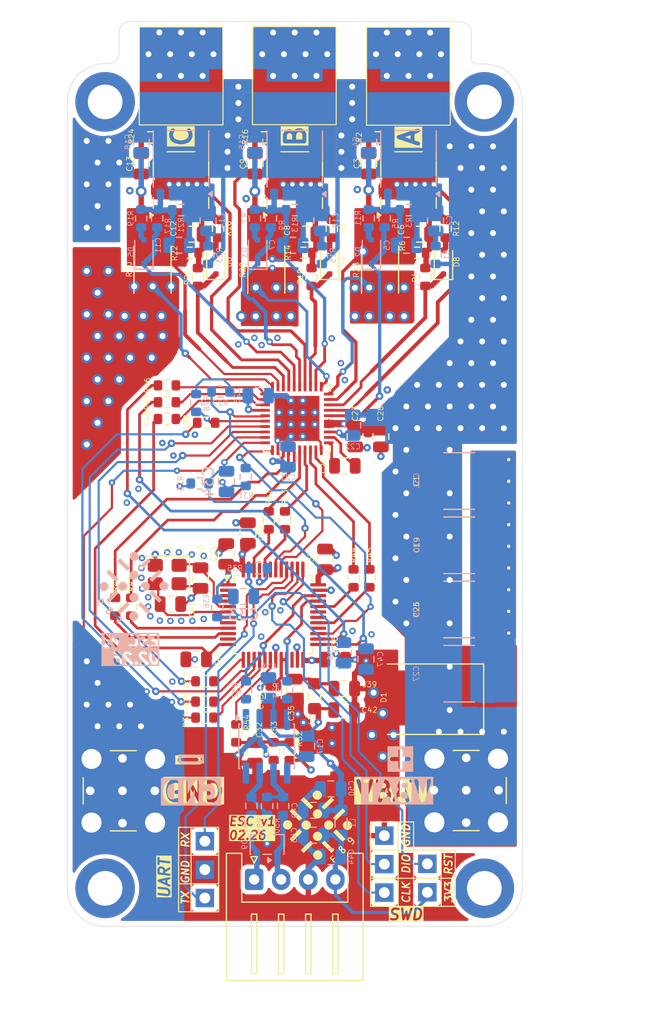
<source format=kicad_pcb>
(kicad_pcb (version 20241229) (generator "pcbnew") (generator_version "9.0")
  (layers (0 "F.Cu" signal) (4 "In1.Cu" power) (6 "In2.Cu" power) (2 "B.Cu" signal) (13 "F.Paste" user) (15 "B.Paste" user) (5 "F.SilkS" user "F.Silkscreen") (7 "B.SilkS" user "B.Silkscreen") (1 "F.Mask" user) (3 "B.Mask" user) (25 "Edge.Cuts" user))
  (net 0 "")
  (net 1 "V_BAT")
  (net 2 "Net-(C2-Pad1)")
  (net 3 "V_A_PHASE")
  (net 4 "SPA")
  (net 5 "Net-(C3-Pad1)")
  (net 6 "SPB")
  (net 7 "Net-(C9-Pad1)")
  (net 8 "Net-(C10-Pad1)")
  (net 9 "V_B_PHASE")
  (net 10 "SPC")
  (net 11 "Net-(C13-Pad1)")
  (net 12 "V_C_PHASE")
  (net 13 "Net-(C14-Pad1)")
  (net 14 "Net-(U2-CPL)")
  (net 15 "Net-(U2-CPH)")
  (net 16 "Net-(U2-VCP)")
  (net 17 "G_A_H")
  (net 18 "Net-(D2-A)")
  (net 19 "Net-(D3-A)")
  (net 20 "G_B_H")
  (net 21 "Net-(D4-A)")
  (net 22 "G_B_L")
  (net 23 "G_C_H")
  (net 24 "Net-(D5-A)")
  (net 25 "G_C_L")
  (net 26 "Net-(D6-A)")
  (net 27 "CAN_L")
  (net 28 "CAN_H")
  (net 29 "Net-(D8-A)")
  (net 30 "G_A_L")
  (net 31 "NFAULT")
  (net 32 "SDO")
  (net 33 "CAN_TX")
  (net 34 "Net-(U1-D)")
  (net 35 "Net-(U1-R)")
  (net 36 "CAN_RX")
  (net 37 "nSCS")
  (net 38 "SCLK")
  (net 39 "SDI")
  (net 40 "INHA")
  (net 41 "INLA")
  (net 42 "INHB")
  (net 43 "INLB")
  (net 44 "INHC")
  (net 45 "INLC")
  (net 46 "SOC")
  (net 47 "SOB")
  (net 48 "SOA")
  (net 49 "Net-(U1-CANH)")
  (net 50 "Net-(U1-CANL)")
  (net 55 "Net-(C32-Pad1)")
  (net 65 "unconnected-(H3-Pad1)")
  (net 67 "Net-(Q1-G)")
  (net 68 "Net-(Q2-G)")
  (net 69 "Net-(Q3-G)")
  (net 70 "Net-(Q4-G)")
  (net 71 "Net-(Q5-G)")
  (net 72 "Net-(Q6-G)")
  (net 73 "V_BAT_MEAS")
  (net 76 "+3V3")
  (net 77 "NRST")
  (net 78 "ENABLE")
  (net 79 "VREF")
  (net 80 "OSC_IN")
  (net 81 "OSC_OUT")
  (net 82 "ADC1_IN11")
  (net 83 "ADC1_IN14")
  (net 84 "ADC2_IN12")
  (net 85 "SWCLK")
  (net 86 "SWDIO")
  (net 87 "USART2_TX")
  (net 88 "USART2_RX")
  (net 89 "SNA")
  (net 90 "CAL")
  (net 91 "SPI1_NSS{slash}CS")
  (net 92 "BOOT0")
  (net 93 "SPI1_SCK")
  (net 94 "SPI1_MISO")
  (net 95 "SPI1_MOSI")
  (net 96 "TIM15_CH1")
  (net 97 "TIM15_CH1N")
  (net 98 "TIM17_CH1")
  (net 99 "TIM17_CH1N")
  (net 100 "TIM1_CH3")
  (net 101 "TIM1_CH3N")
  (net 102 "+3V3RAW")
  (net 103 "SNC")
  (net 104 "SNB")
  (net 105 "GND")
  (footprint "Connector_PinHeader_2.54mm:PinHeader_1x01_P2.54mm_Vertical" (layer "F.Cu") (at 153.465 107.715)
    (property "Reference" "J6" (hide yes))
    (property "Value" "Conn_01x01_Pin")
  )
  (footprint "Resistor_SMD:R_0603_1608Metric" (layer "F.Cu") (at 152.849626 40.675)
    (property "Reference" "R2")
    (property "Value" "4.7Ω")
  )
  (footprint "Resistor_SMD:R_0603_1608Metric" (layer "F.Cu") (at 131.85 40.675)
    (property "Reference" "R24")
    (property "Value" "4.7Ω")
  )
  (footprint "Connector_PinHeader_2.54mm:PinHeader_1x01_P2.54mm_Vertical" (layer "F.Cu") (at 157.44 110.315)
    (property "Reference" "J4" (hide yes))
    (property "Value" "Conn_01x01_Pin")
  )
  (footprint "Resistor_SMD:R_0603_1608Metric" (layer "F.Cu") (at 146.75 53.55 90)
    (property "Reference" "R10")
    (property "Value" "4.7Ω")
  )
  (footprint "Resistor_SMD:R_0603_1608Metric" (layer "F.Cu") (at 150.626 81.35 -90)
    (property "Reference" "R44")
    (property "Value" "33")
  )
  (footprint "Resistor_SMD:R_0603_1608Metric" (layer "F.Cu") (at 133.4 63.55)
    (property "Reference" "R46")
    (property "Value" "100")
  )
  (footprint "Crystal:Crystal_SMD_3225-4Pin_3.2x2.5mm" (layer "F.Cu") (at 133.425 81 180)
    (property "Reference" "Y2")
    (property "Value" "24MHz")
  )
  (footprint "Inductor_SMD:L_0805_2012Metric_Pad1.05x1.20mm_HandSolder" (layer "F.Cu") (at 147.025 92.225 -90)
    (property "Reference" "L2")
    (property "Value" "6.8uH")
  )
  (footprint "Resistor_SMD:R_0603_1608Metric" (layer "F.Cu") (at 152.1 81.35 -90)
    (property "Reference" "R45")
    (property "Value" "33")
  )
  (footprint "Resistor_SMD:R_0603_1608Metric" (layer "F.Cu") (at 143.25 97.3 -90)
    (property "Reference" "R53")
    (property "Value" "10k")
  )
  (footprint "Capacitor_SMD:C_0805_2012Metric" (layer "F.Cu") (at 149.775 91.525 180)
    (property "Reference" "C39")
    (property "Value" "1u/DNP")
  )
  (footprint "Package_SO:ONSemi_SO-8FL_488AA" (layer "F.Cu") (at 145.2 45.1075 90)
    (property "Reference" "Q4" (hide yes))
    (property "Value" "NTMFS2D1N08XT1G")
  )
  (footprint "Diode_SMD:D_SOD-323F" (layer "F.Cu") (at 158.924626 52.175 90)
    (property "Reference" "D8")
    (property "Value" "BAT54J")
  )
  (footprint "Connector_PinHeader_2.54mm:PinHeader_1x01_P2.54mm_Vertical" (layer "F.Cu") (at 136.9 105.6 90)
    (property "Reference" "J9" (hide yes))
    (property "Value" "Conn_01x01_Pin")
  )
  (footprint "Capacitor_SMD:C_0805_2012Metric" (layer "F.Cu") (at 149.75 93.5 180)
    (property "Reference" "C42")
    (property "Value" "1u/DNP")
  )
  (footprint "Resistor_SMD:R_2512_6332Metric" (layer "F.Cu") (at 142.575 52.875 -90)
    (property "Reference" "R29")
    (property "Value" "3m")
  )
  (footprint "Resistor_SMD:R_2512_6332Metric" (layer "F.Cu") (at 153.074626 52.875 -90)
    (property "Reference" "R25")
    (property "Value" "3m")
  )
  (footprint "Resistor_SMD:R_0603_1608Metric" (layer "F.Cu") (at 136.875 90.85 180)
    (property "Reference" "R37")
    (property "Value" "33")
  )
  (footprint "Capacitor_SMD:C_0805_2012Metric" (layer "F.Cu") (at 145.2 91.6 90)
    (property "Reference" "C35")
    (property "Value" "10n")
  )
  (footprint "Resistor_SMD:R_0603_1608Metric" (layer "F.Cu") (at 137.025 67)
    (property "Reference" "R38")
    (property "Value" "33")
  )
  (footprint "TerminalBlock_Wuerth:Wuerth_REDCUBE-THR_WP-THRSH_74651173_THR" (layer "F.Cu") (at 129.375 100.95)
    (property "Reference" "J2" (hide yes))
    (property "Value" "Screw_Terminal_01x01")
  )
  (footprint "Resistor_SMD:R_0603_1608Metric" (layer "F.Cu") (at 130.1 83.975 -90)
    (property "Reference" "R41")
    (property "Value" "33")
  )
  (footprint "Resistor_SMD:R_0603_1608Metric" (layer "F.Cu") (at 144.3 76 -90)
    (property "Reference" "R43")
    (property "Value" "33")
  )
  (footprint "Resistor_SMD:R_0603_1608Metric" (layer "F.Cu") (at 139.8 95.65 -90)
    (property "Reference" "R54")
    (property "Value" "1k")
  )
  (footprint "Package_QFP:LQFP-48_7x7mm_P0.5mm" (layer "F.Cu") (at 143.2 84.7)
    (property "Reference" "U5" (hide yes))
    (property "Value" "STM32G431CBT6")
  )
  (footprint "Connector_PinHeader_2.54mm:PinHeader_1x01_P2.54mm_Vertical" (layer "F.Cu") (at 157.44 107.69)
    (property "Reference" "J7" (hide yes))
    (property "Value" "Conn_01x01_Pin")
  )
  (footprint "MountingHole:MountingHole_3.2mm_M3_ISO14580_Pad" (layer "F.Cu") (at 162.7 109.95)
    (property "Reference" "H4" (hide yes))
    (property "Value" "MountingHole_Pad")
  )
  (footprint "Capacitor_SMD:C_0805_2012Metric" (layer "F.Cu") (at 156.699626 49.6 180)
    (property "Reference" "C6")
    (property "Value" "220pF")
  )
  (footprint "Resistor_SMD:R_0603_1608Metric" (layer "F.Cu") (at 142.35 40.675)
    (property "Reference" "R16")
    (property "Value" "4.7Ω")
  )
  (footprint "Capacitor_SMD:C_0805_2012Metric" (layer "F.Cu") (at 136.5 81.325 -90)
    (property "Reference" "C40")
    (property "Value" "6p8")
  )
  (footprint "Connector_PinHeader_2.54mm:PinHeader_1x01_P2.54mm_Vertical" (layer "F.Cu") (at 136.9 110.84 90)
    (property "Reference" "J8" (hide yes))
    (property "Value" "Conn_01x01_Pin")
  )
  (footprint "Diode_SMD:D_SOD-323F" (layer "F.Cu") (at 148.425 52.175 90)
    (property "Reference" "D4")
    (property "Value" "BAT54J")
  )
  (footprint "Capacitor_SMD:C_0805_2012Metric" (layer "F.Cu") (at 153.15 68.275 -90)
    (property "Reference" "C28")
    (property "Value" "22u")
  )
  (footprint "Resistor_SMD:R_0603_1608Metric" (layer "F.Cu") (at 142.8 76 -90)
    (property "Reference" "R42")
    (property "Value" "33")
  )
  (footprint "Resistor_SMD:R_0603_1608Metric" (layer "F.Cu") (at 159.124626 49.1 90)
    (property "Reference" "R12")
    (property "Value" "2Ω")
  )
  (footprint "Diode_SMD:D_SMC" (layer "F.Cu") (at 158.575 92.5 180)
    (property "Reference" "D1")
    (property "Value" "SMCJ28A")
  )
  (footprint "Connector_PinHeader_2.54mm:PinHeader_1x01_P2.54mm_Vertical" (layer "F.Cu") (at 136.9 108.225 90)
    (property "Reference" "J10" (hide yes))
    (property "Value" "Conn_01x01_Pin")
  )
  (footprint "DRV8323SRTAT:QFN50P600X600X80-41N415X415" (layer "F.Cu") (at 145.4 66.6 180)
    (property "Reference" "U2" (hide yes))
    (property "Value" "DRV8323SRTAT")
  )
  (footprint "Capacitor_SMD:C_0805_2012Metric" (layer "F.Cu") (at 133.725 83.725 180)
    (property "Reference" "C41")
    (property "Value" "6p8")
  )
  (footprint "Resistor_SMD:R_0603_1608Metric" (layer "F.Cu") (at 144.725 97.3 90)
    (property "Reference" "R52")
    (property "Value" "100k")
  )
  (footprint "Connector_PinHeader_2.54mm:PinHeader_1x01_P2.54mm_Vertical" (layer "F.Cu") (at 153.465 105.09)
    (property "Reference" "J3" (hide yes))
    (property "Value" "Conn_01x01_Pin")
  )
  (footprint "Capacitor_SMD:C_0805_2012Metric" (layer "F.Cu") (at 143.225 92.175 90)
    (property "Reference" "C43")
    (property "Value" "100n")
  )
  (footprint "Resistor_SMD:R_0603_1608Metric" (layer "F.Cu") (at 138.125 49.1 90)
    (property "Reference" "R18")
    (property "Value" "2Ω")
  )
  (footprint "Capacitor_SMD:C_0805_2012Metric" (layer "F.Cu") (at 140.875 77.175 -90)
    (property "Reference" "C38")
    (property "Value" "4u7")
  )
  (footprint "Capacitor_SMD:C_0805_2012Metric" (layer "F.Cu") (at 148 79.6 -90)
    (property "Reference" "C37")
    (property "Value" "100n")
  )
  (footprint "Capacitor_SMD:C_0805_2012Metric" (layer "F.Cu") (at 148.925 88.85 180)
    (property "Reference" "C36")
    (property "Value" "100n")
  )
  (footprint "Capacitor_SMD:C_0805_2012Metric" (layer "F.Cu") (at 150.775 68.275 -90)
    (property "Reference" "C23")
    (property "Value" "100n")
  )
  (footprint "Resistor_SMD:R_0603_1608Metric" (layer "F.Cu") (at 133.4 66.65)
    (property "Reference" "R48")
    (property "Value" "100")
  )
  (footprint "Resistor_SMD:R_2512_6332Metric" (layer "F.Cu") (at 132.075 52.875 -90)
    (property "Reference" "R30")
    (property "Value" "3m")
  )
  (footprint "Resistor_SMD:R_0603_1608Metric" (layer "F.Cu") (at 148.625 49.1 90)
    (property "Reference" "R8")
    (property "Value" "2Ω")
  )
  (footprint "Resistor_SMD:R_0603_1608Metric" (layer "F.Cu") (at 136.875 92.725 180)
    (property "Reference" "R39")
    (property "Value" "33")
  )
  (footprint "Capacitor_SMD:C_0805_2012Metric" (layer "F.Cu") (at 146.2 49.6 180)
    (property "Reference" "C8")
    (property "Value" "220pF")
  )
  (footprint "Capacitor_SMD:C_2220_5750Metric" (layer "F.Cu") (at 160.375 78.3)
    (property "Reference" "C19")
    (property "Value" "100-220uF")
  )
  (footprint "TerminalBlock_Wuerth:Wuerth_REDCUBE-THR_WP-THRSH_74651173_THR" (layer "F.Cu") (at 161.025 100.925)
    (property "Reference" "J11" (hide yes))
    (property "Value" "Screw_Terminal_01x01")
  )
  (footprint "MountingHole:MountingHole_3.2mm_M3_ISO14580_Pad" (layer "F.Cu") (at 162.7 37.4)
    (property "Reference" "H2" (hide yes))
    (property "Value" "MountingHole_Pad")
  )
  (footprint "Capacitor_SMD:C_0805_2012Metric" (layer "F.Cu") (at 149.825 70.975 180)
    (property "Reference" "C20")
    (property "Value" "47n/VM-rated")
  )
  (footprint "Connector_JST:JST_XH_S4B-XH-A_1x04_P2.50mm_Horizontal" (layer "F.Cu") (at 141.45 109.13)
    (property "Reference" "J1" (hide yes))
    (property "Value" "Conn_01x04_Pin")
  )
  (footprint "Diode_SMD:D_SOD-323F" (layer "F.Cu") (at 137.925 52.175 90)
    (property "Reference" "D6")
    (property "Value" "BAT54J")
  )
  (footprint "Package_SO:ONSemi_SO-8FL_488AA" (layer "F.Cu") (at 155.699626 45.1075 90)
    (property "Reference" "Q2" (hide yes))
    (property "Value" "NTMFS2D1N08XT1G")
  )
  (footprint "Capacitor_SMD:C_0805_2012Metric" (layer "F.Cu") (at 141.525 97.45 -90)
    (property "Reference" "C32")
    (property "Value" "10n")
  )
  (footprint "MountingHole:MountingHole_3.2mm_M3_ISO14580_Pad" (layer "F.Cu") (at 127.7 37.4)
    (property "Reference" "H1" (hide yes))
    (property "Value" "MountingHole_Pad")
  )
  (footprint "Capacitor_SMD:C_0805_2012Metric" (layer "F.Cu") (at 135.7 49.6 180)
    (property "Reference" "C12")
    (property "Value" "220pF")
  )
  (footprint "Capacitor_SMD:C_0805_2012Metric" (layer "F.Cu") (at 141.525 43.1 -90)
    (property "Reference" "C9")
    (property "Value" "220pF")
  )
  (footprint "Capacitor_SMD:C_0805_2012Metric" (layer "F.Cu") (at 131.025 43.1 -90)
    (property "Reference" "C13")
    (property "Value" "220pF")
  )
  (footprint "Package_SO:ONSemi_SO-8FL_488AA" (layer "F.Cu") (at 134.7 45.104335 90)
    (property "Reference" "Q6" (hide yes))
    (property "Value" "NTMFS2D1N08XT1G")
  )
  (footprint "LOGO" (layer "F.Cu") (at 147.425 104.225)
    (property "Reference" "G***" (hide yes))
    (property "Value" "LOGO" (hide yes))
  )
  (footprint "Resistor_SMD:R_0603_1608Metric" (layer "F.Cu") (at 135.5 51.325 180)
    (property "Reference" "R22")
    (property "Value" "100kΩ")
  )
  (footprint "Resistor_SMD:R_0603_1608Metric" (layer "F.Cu") (at 136.25 53.55 90)
    (property "Reference" "R20")
    (property "Value" "4.7Ω")
  )
  (footprint "Capacitor_SMD:C_0805_2012Metric" (layer "F.Cu") (at 136.1 88.825 180)
    (property "Reference" "C48")
    (property "Value" "12pF")
  )
  (footprint "Resistor_SMD:R_0603_1608Metric" (layer "F.Cu") (at 128.625 83.975 -90)
    (property "Reference" "R40")
    (property "Value" "33")
  )
  (footprint "Resistor_SMD:R_0603_1608Metric" (layer "F.Cu") (at 157.249626 53.55 90)
    (property "Reference" "R4")
    (property "Value" "4.7Ω")
  )
  (footprint "Connector_PinHeader_2.54mm:PinHeader_1x01_P2.54mm_Vertical" (layer "F.Cu") (at 153.465 110.34)
    (property "Reference" "J5" (hide yes))
    (property "Value" "Conn_01x01_Pin")
  )
  (footprint "Resistor_SMD:R_0603_1608Metric" (layer "F.Cu") (at 136.875 94.2 180)
    (property "Reference" "R34")
    (property "Value" "33")
  )
  (footprint "Resistor_SMD:R_0603_1608Metric" (layer "F.Cu") (at 156.499626 51.325 180)
    (property "Reference" "R6")
    (property "Value" "100kΩ")
  )
  (footprint "Resistor_SMD:R_0603_1608Metric" (layer "F.Cu") (at 133.4 65.1)
    (property "Reference" "R47")
    (property "Value" "100")
  )
  (footprint "Capacitor_SMD:C_2220_5750Metric" (layer "F.Cu") (at 160.375 84.225)
    (property "Reference" "C26")
    (property "Value" "100-220uF")
  )
  (footprint "Capacitor_SMD:C_2220_5750Metric" (layer "F.Cu") (at 160.375 72.375)
    (property "Reference" "C1")
    (property "Value" "100-220uF")
  )
  (footprint "MountingHole:MountingHole_3.2mm_M3_ISO14580_Pad" (layer "F.Cu") (at 127.7 109.95)
    (property "Reference" "H3" (hide yes))
    (property "Value" "MountingHole_Pad")
  )
  (footprint "Capacitor_SMD:C_0805_2012Metric" (layer "F.Cu") (at 152.024626 43.1 -90)
    (property "Reference" "C3")
    (property "Value" "220pF")
  )
  (footprint "Resistor_SMD:R_0603_1608Metric" (layer "F.Cu") (at 146 51.325 180)
    (property "Reference" "R14")
    (property "Value" "100kΩ")
  )
  (footprint "Capacitor_SMD:C_0805_2012Metric" (layer "F.Cu") (at 138.875 79.1 -90)
    (property "Reference" "C24")
    (property "Value" "100n")
  )
  (footprint "Resistor_SMD:R_0603_1608Metric" (layer "B.Cu") (at 138.05 84.1 -90)
    (property "Reference" "R36")
    (property "Value" "10k")
  )
  (footprint "Package_SO:ONSemi_SO-8FL_488AA" (layer "B.Cu") (at 134.7 43.145 90)
    (property "Reference" "Q5" (hide yes))
    (property "Value" "NTMFS2D1N08XT1G")
  )
  (footprint "Capacitor_SMD:C_0805_2012Metric" (layer "B.Cu") (at 141.825 64.5)
    (property "Reference" "C25")
    (property "Value" "100n/6.3V")
  )
  (footprint "Capacitor_SMD:C_0805_2012Metric" (layer "B.Cu") (at 146.925 102.75)
    (property "Reference" "C49")
    (property "Value" "22n")
  )
  (footprint "Inductor_SMD:L_0805_2012Metric_Pad1.05x1.20mm_HandSolder" (layer "B.Cu") (at 149.475 103.9 90)
    (property "Reference" "L1")
    (property "Value" "6.8uH")
  )
  (footprint "Resistor_SMD:R_0603_1608Metric" (layer "B.Cu") (at 140.675 72 90)
    (property "Reference" "R31")
    (property "Value" "10k")
  )
  (footprint "Resistor_SMD:R_0603_1608Metric" (layer "B.Cu") (at 144.5 91.675 -90)
    (property "Reference" "R33")
    (property "Value" "22Ω")
  )
  (footprint "Capacitor_SMD:C_0805_2012Metric" (layer "B.Cu") (at 140.475 83.025)
    (property "Reference" "C33")
    (property "Value" "100n")
  )
  (footprint "Diode_SMD:D_SOD-323F" (layer "B.Cu") (at 152.274626 51.225 90)
    (property "Reference" "D2")
    (property "Value" "BAT54J")
  )
  (footprint "Resistor_SMD:R_0603_1608Metric" (layer "B.Cu") (at 140.7 91.675 -90)
    (property "Reference" "R32")
    (property "Value" "22Ω")
  )
  (footprint "Resistor_SMD:R_0603_1608Metric" (layer "B.Cu") (at 145.225 47.38 180)
    (property "Reference" "R13")
    (property "Value" "100kΩ")
  )
  (footprint "NetTie:NetTie-2_SMD_Pad0.5mm" (layer "B.Cu") (at 151.725 54.175 -45)
    (property "Reference" "NT1" (hide yes))
    (property "Value" "NetTie_2" (hide yes))
  )
  (footprint "Resistor_SMD:R_0603_1608Metric" (layer "B.Cu") (at 136.1 65.175 90)
    (property "Reference" "R28")
    (property "Value" "10k")
  )
  (footprint "Resistor_SMD:R_0603_1608Metric" (layer "B.Cu") (at 134.725 47.378165 180)
    (property "Reference" "R21")
    (property "Value" "100kΩ")
  )
  (footprint "Capacitor_SMD:C_2220_5750Metric" (layer "B.Cu") (at 160.375 78.3)
    (property "Reference" "C30")
    (property "Value" "100-220uF")
  )
  (footprint "Resistor_SMD:R_0603_1608Metric" (layer "B.Cu") (at 142.65 102.35 -90)
    (property "Reference" "R51")
    (property "Value" "DNP")
  )
  (footprint "Resistor_SMD:R_0603_1608Metric" (layer "B.Cu") (at 141.8 80.425 180)
    (property "Reference" "R35")
    (property "Value" "10k")
  )
  (footprint "Package_TO_SOT_SMD:SOT-23-3" (layer "B.Cu") (at 142.65 105.9 90)
    (property "Reference" "D9")
    (property "Value" "ESD2CAN24DBZRQ1")
  )
  (footprint "Package_SO:ONSemi_SO-8FL_488AA" (layer "B.Cu") (at 145.2 43.15 90)
    (property "Reference" "Q3" (hide yes))
    (property "Value" "NTMFS2D1N08XT1G")
  )
  (footprint "Capacitor_SMD:C_0805_2012Metric" (layer "B.Cu") (at 149.7 88.225 -90)
    (property "Reference" "C46")
    (property "Value" "12pF")
  )
  (footprint "Capacitor_SMD:C_0805_2012Metric" (layer "B.Cu") (at 148.525 107.025)
    (property "Reference" "C44")
    (property "Value" "100n")
  )
  (footprint "Resistor_SMD:R_0603_1608Metric" (layer "B.Cu") (at 132.5 48.153165 90)
    (property "Reference" "R17")
    (property "Value" "4.7Ω")
  )
  (footprint "NetTie:NetTie-2_SMD_Pad0.5mm" (layer "B.Cu") (at 141.95 54.85 135)
    (property "Reference" "NT2" (hide yes))
    (property "Value" "NetTie_2" (hide yes))
  )
  (footprint "Resistor_SMD:R_0603_1608Metric" (layer "B.Cu") (at 155.724626 47.375 180)
    (property "Reference" "R3")
    (property "Value" "100kΩ")
  )
  (footprint "Capacitor_SMD:C_0805_2012Metric" (layer "B.Cu") (at 142.775 91.45 90)
    (property "Reference" "C16")
    (property "Value" "100nF")
  )
  (footprint "Capacitor_SMD:C_0805_2012Metric" (layer "B.Cu") (at 146.3 96.85 -90)
    (property "Reference" "C17")
    (property "Value" "1uF")
  )
  (footprint "Capacitor_SMD:C_0805_2012Metric" (layer "B.Cu") (at 151.775 88.8 -90)
    (property "Reference" "C47")
    (property "Value" "12pF")
  )
  (footprint "Capacitor_SMD:C_0805_2012Metric" (layer "B.Cu") (at 141.525 41.105 -90)
    (property "Reference" "C15")
    (property "Value" "1µF/50V")
  )
  (footprint "Resistor_SMD:R_0603_1608Metric" (layer "B.Cu") (at 144.125 102.35 -90)
    (property "Reference" "R50")
    (property "Value" "22Ω")
  )
  (footprint "Resistor_SMD:R_0603_1608Metric" (layer "B.Cu") (at 158.199626 51.525 90)
    (property "Reference" "R1")
    (property "Value" "4.7Ω")
  )
  (footprint "Resistor_SMD:R_0603_1608Metric" (layer "B.Cu") (at 136.425 72.6 180)
    (property "Reference" "R26")
    (property "Value" "10k")
  )
  (footprint "LOGO" (layer "B.Cu") (at 130.24 82.19 180)
    (property "Reference" "G***" (hide yes))
    (property "Value" "LOGO" (hide yes))
  )
  (footprint "Capacitor_SMD:C_2220_5750Metric" (layer "B.Cu") (at 160.375 72.375)
    (property "Reference" "C31")
    (property "Value" "100-220uF")
  )
  (footprint "Capacitor_SMD:C_0805_2012Metric" (layer "B.Cu") (at 145.025 50.63 180)
    (property "Reference" "C7")
    (property "Value" "220pF")
  )
  (footprint "Diode_SMD:D_SOD-323F" (layer "B.Cu") (at 131.275 51.228165 90)
    (property "Reference" "D5")
    (property "Value" "BAT54J")
  )
  (footprint "Resistor_SMD:R_0603_1608Metric" (layer "B.Cu") (at 138.35 64.125)
    (property "Reference" "R27")
    (property "Value" "10k")
  )
  (footprint "Capacitor_SMD:C_0805_2012Metric" (layer "B.Cu") (at 148.525 100.775)
    (property "Reference" "C50")
    (property "Value" "100n")
  )
  (footprint "Capacitor_SMD:C_0805_2012Metric" (layer "B.Cu") (at 137.2 48.353165 90)
    (property "Reference" "C14")
    (property "Value" "220pF")
  )
  (footprint "Capacitor_SMD:C_0805_2012Metric" (layer "B.Cu") (at 155.524626 50.625 180)
    (property "Reference" "C5")
    (property "Value" "220pF")
  )
  (footprint "Capacitor_SMD:C_2220_5750Metric" (layer "B.Cu") (at 160.375 84.225)
    (property "Reference" "C29")
    (property "Value" "100-220uF")
  )
  (footprint "Diode_SMD:D_SOD-323F" (layer "B.Cu") (at 141.775 51.23 90)
    (property "Reference" "D3")
    (property "Value" "BAT54J")
  )
  (footprint "Package_SO:SOIC-8_3.9x4.9mm_P1.27mm" (layer "B.Cu") (at 142.6 96.85 -90)
    (property "Reference" "U1" (hide yes))
    (property "Value" "SN65HVD232")
  )
  (footprint "Resistor_SMD:R_0603_1608Metric" (layer "B.Cu") (at 152.024626 48.15 90)
    (property "Reference" "R11")
    (property "Value" "2Ω")
  )
  (footprint "Resistor_SMD:R_0603_1608Metric" (layer "B.Cu") (at 143 48.155 90)
    (property "Reference" "R9")
    (property "Value" "4.7Ω")
  )
  (footprint "Capacitor_SMD:C_0805_2012Metric" (layer "B.Cu") (at 138.9 72.425 -90)
    (property "Reference" "C34")
    (property "Value" "100n/6.3V")
  )
  (footprint "Capacitor_SMD:C_2220_5750Metric" (layer "B.Cu") (at 160.375 90.15)
    (property "Reference" "C27")
    (property "Value" "100-220uF")
  )
  (footprint "Capacitor_SMD:C_0805_2012Metric" (layer "B.Cu") (at 158.199626 48.35 90)
    (property "Reference" "C2")
    (property "Value" "220pF")
  )
  (footprint "NetTie:NetTie-2_SMD_Pad0.5mm" (layer "B.Cu") (at 132.45 54.775 135)
    (property "Reference" "NT3" (hide yes))
    (property "Value" "NetTie_2" (hide yes))
  )
  (footprint "Resistor_SMD:R_0603_1608Metric" (layer "B.Cu") (at 147.7 51.53 90)
    (property "Reference" "R15")
    (property "Value" "4.7Ω")
  )
  (footprint "Capacitor_SMD:C_0805_2012Metric" (layer "B.Cu") (at 147.7 48.355 90)
    (property "Reference" "C10")
    (property "Value" "220pF")
  )
  (footprint "Resistor_SMD:R_0603_1608Metric" (layer "B.Cu") (at 153.499626 48.15 90)
    (property "Reference" "R5")
    (property "Value" "4.7Ω")
  )
  (footprint "Package_SO:ONSemi_SO-8FL_488AA" (layer "B.Cu") (at 155.699626 43.145 90)
    (property "Reference" "Q1" (hide yes))
    (property "Value" "NTMFS2D1N08XT1G")
  )
  (footprint "Resistor_SMD:R_0603_1608Metric" (layer "B.Cu") (at 131.025 48.153165 90)
    (property "Reference" "R19")
    (property "Value" "2Ω")
  )
  (footprint "Resistor_SMD:R_0603_1608Metric" (layer "B.Cu") (at 141.525 48.155 90)
    (property "Reference" "R7")
    (property "Value" "2Ω")
  )
  (footprint "Capacitor_SMD:C_0805_2012Metric" (layer "B.Cu") (at 146.925 105.05)
    (property "Reference" "C45")
    (property "Value" "22n")
  )
  (footprint "Capacitor_SMD:C_0805_2012Metric" (layer "B.Cu") (at 131.025 41.103165 -90)
    (property "Reference" "C18")
    (property "Value" "1µF/50V")
  )
  (footprint "Resistor_SMD:R_0603_1608Metric" (layer "B.Cu") (at 141.197 102.35 -90)
    (property "Reference" "R49")
    (property "Value" "22Ω")
  )
  (footprint "Capacitor_SMD:C_0805_2012Metric" (layer "B.Cu") (at 134.525 50.628165 180)
    (property "Reference" "C11")
    (property "Value" "220pF")
  )
  (footprint "Capacitor_SMD:C_0805_2012Metric" (layer "B.Cu") (at 150.55 67.225 -90)
    (property "Reference" "C22")
    (property "Value" "1u/16V")
  )
  (footprint "Capacitor_SMD:C_0805_2012Metric" (layer "B.Cu") (at 144.575 70.15 90)
    (property "Reference" "C21")
    (property "Value" "1u/6.3V")
  )
  (footprint "Capacitor_SMD:C_0805_2012Metric" (layer "B.Cu") (at 152.024626 41.1 -90)
    (property "Reference" "C4")
    (property "Value" "1µF/50V")
  )
  (footprint "Resistor_SMD:R_0603_1608Metric" (layer "B.Cu") (at 137.2 51.528165 90)
    (property "Reference" "R23")
    (property "Value" "4.7Ω")
  )
  (gr_line (start 135.63 104.32) (end 135.63 112.11) (stroke (width 0.1)) (layer "F.SilkS"))
  (gr_line (start 152.2 111.61) (end 158.71 111.61) (stroke (width 0.1)) (layer "F.SilkS"))
  (gr_line (start 158.71 109.015) (end 152.2 109.02) (stroke (width 0.1)) (layer "F.SilkS"))
  (gr_line (start 138.18 112.11) (end 134.48 112.11) (stroke (width 0.1)) (layer "F.SilkS"))
  (gr_line (start 135.64 106.9) (end 134.49 106.9) (stroke (width 0.1)) (layer "F.SilkS"))
  (gr_line (start 160.02 111.61) (end 160.02 106.42) (stroke (width 0.1)) (layer "F.SilkS"))
  (gr_line (start 134.48 112.11) (end 134.48 104.32) (stroke (width 0.1)) (layer "F.SilkS"))
  (gr_line (start 156.17 111.63) (end 156.17 106.43) (stroke (width 0.1)) (layer "F.SilkS"))
  (gr_line (start 158.71 111.61) (end 158.71 106.42) (stroke (width 0.1)) (layer "F.SilkS"))
  (gr_line (start 160.01 106.42) (end 158.71 106.42) (stroke (width 0.1)) (layer "F.SilkS"))
  (gr_line (start 138.17 109.53) (end 135.63 109.53) (stroke (width 0.1)) (layer "F.SilkS"))
  (gr_line (start 158.71 111.61) (end 160.02 111.61) (stroke (width 0.1)) (layer "F.SilkS"))
  (gr_line (start 138.18 104.32) (end 138.18 112.11) (stroke (width 0.1)) (layer "F.SilkS"))
  (gr_line (start 152.2 103.82) (end 152.2 111.61) (stroke (width 0.1)) (layer "F.SilkS"))
  (gr_line (start 154.74 103.82) (end 154.74 111.61) (stroke (width 0.1)) (layer "F.SilkS"))
  (gr_rect (start 141.3 30.45) (end 149.025 39.5) (stroke (width 0.1)) (fill no) (layer "F.SilkS"))
  (gr_line (start 152.2 103.82) (end 154.74 103.82) (stroke (width 0.1)) (layer "F.SilkS"))
  (gr_rect (start 130.85 30.475) (end 138.575 39.525) (stroke (width 0.1)) (fill no) (layer "F.SilkS"))
  (gr_rect (start 151.825 30.5) (end 159.55 39.55) (stroke (width 0.1)) (fill no) (layer "F.SilkS"))
  (gr_line (start 154.74 103.82) (end 156.17 103.82) (stroke (width 0.1)) (layer "F.SilkS"))
  (gr_line (start 158.71 106.42) (end 152.21 106.42) (stroke (width 0.1)) (layer "F.SilkS"))
  (gr_line (start 135.64 106.9) (end 138.17 106.9) (stroke (width 0.1)) (layer "F.SilkS"))
  (gr_line (start 135.63 109.53) (end 134.49 109.53) (stroke (width 0.1)) (layer "F.SilkS"))
  (gr_line (start 156.17 106.42) (end 156.17 103.82) (stroke (width 0.1)) (layer "F.SilkS"))
  (gr_line (start 158.71 109.015) (end 160.02 109.015) (stroke (width 0.1)) (layer "F.SilkS"))
  (gr_line (start 134.48 104.32) (end 138.18 104.32) (stroke (width 0.1)) (layer "F.SilkS"))
  (gr_arc (start 160.5 30.0125) (mid 161.198268 30.301732) (end 161.4875 31) (stroke (width 0.05)) (layer "Edge.Cuts"))
  (gr_arc (start 162.003553 33.895447) (mid 161.65 33.749) (end 161.503553 33.395447) (stroke (width 0.05)) (layer "Edge.Cuts"))
  (gr_arc (start 162.7 33.9) (mid 165.174874 34.925126) (end 166.2 37.4) (stroke (width 0.05)) (layer "Edge.Cuts"))
  (gr_arc (start 166.2 109.95) (mid 165.174874 112.424874) (end 162.7 113.45) (stroke (width 0.05)) (layer "Edge.Cuts"))
  (gr_line (start 162.7 113.45) (end 127.675 113.45) (stroke (width 0.05)) (layer "Edge.Cuts"))
  (gr_arc (start 128.9875 31) (mid 129.284054 30.284054) (end 130 29.9875) (stroke (width 0.05)) (layer "Edge.Cuts"))
  (gr_line (start 166.2 37.4) (end 166.2 109.95) (stroke (width 0.05)) (layer "Edge.Cuts"))
  (gr_arc (start 124.2 37.375) (mid 125.225126 34.900126) (end 127.7 33.875) (stroke (width 0.05)) (layer "Edge.Cuts"))
  (gr_line (start 127.9775 33.8766) (end 127.7 33.875) (stroke (width 0.05)) (layer "Edge.Cuts"))
  (gr_line (start 128.989999 32.864054) (end 128.9875 31) (stroke (width 0.05)) (layer "Edge.Cuts"))
  (gr_line (start 124.199911 109.95) (end 124.2 37.375) (stroke (width 0.05)) (layer "Edge.Cuts"))
  (gr_arc (start 127.675 113.45) (mid 125.21624 112.416082) (end 124.199911 109.95) (stroke (width 0.05)) (layer "Edge.Cuts"))
  (gr_line (start 162.0036 33.895447) (end 162.7 33.9) (stroke (width 0.05)) (layer "Edge.Cuts"))
  (gr_line (start 161.503554 33.395447) (end 161.4875 31) (stroke (width 0.05)) (layer "Edge.Cuts"))
  (gr_arc (start 128.99 32.864054) (mid 128.693446 33.58) (end 127.9775 33.876554) (stroke (width 0.05)) (layer "Edge.Cuts"))
  (gr_line (start 130 29.9875) (end 160.5 30.0125) (stroke (width 0.05)) (layer "Edge.Cuts"))
  (gr_text "GND" (at 135.52 109.605 90) (layer "F.SilkS") (effects (font (size 0.7 0.7) (thickness 0.14) (bold yes) (italic yes)) (justify left bottom)))
  (gr_text "-" (at 135.35 99.125 0) (layer "F.SilkS" knockout) (effects (font (size 2 2) (thickness 0.4) (bold yes)) (justify bottom)))
  (gr_text "ESC v1\n02.26" (at 139.015 105.53 0) (layer "F.SilkS" knockout) (effects (font (size 0.8 0.8) (thickness 0.16) (bold yes) (italic yes)) (justify left bottom)))
  (gr_text "3V3" (at 159.84 111.36 90) (layer "F.SilkS") (effects (font (size 0.7 0.7) (thickness 0.14) (bold yes) (italic yes)) (justify left bottom)))
  (gr_text "+" (at 154.95 99.05 0) (layer "F.SilkS" knockout) (effects (font (size 2 2) (thickness 0.4) (bold yes)) (justify bottom)))
  (gr_text "VBAT" (at 154.025 102.075 0) (layer "F.SilkS" knockout) (effects (font (size 1.8 1.8) (thickness 0.36) (bold yes)) (justify bottom)))
  (gr_text "GND" (at 155.89 106.22 90) (layer "F.SilkS") (effects (font (size 0.7 0.7) (thickness 0.14) (bold yes) (italic yes)) (justify left bottom)))
  (gr_text "RST" (at 159.8 108.79 90) (layer "F.SilkS") (effects (font (size 0.7 0.7) (thickness 0.14) (bold yes) (italic yes)) (justify left bottom)))
  (gr_text "B" (at 146.325 40.575 90) (layer "F.SilkS" knockout) (effects (font (size 1.8 1.8) (thickness 0.36) (bold yes)) (justify bottom)))
  (gr_text "TX" (at 135.52 111.53 90) (layer "F.SilkS") (effects (font (size 0.7 0.7) (thickness 0.14) (bold yes) (italic yes)) (justify left bottom)))
  (gr_text "UART" (at 133.76 110.96 90) (layer "F.SilkS" knockout) (effects (font (size 1 1) (thickness 0.2) (bold yes) (italic yes)) (justify left bottom)))
  (gr_text "DIO" (at 155.9 108.68 90) (layer "F.SilkS") (effects (font (size 0.7 0.7) (thickness 0.14) (bold yes) (italic yes)) (justify left bottom)))
  (gr_text "SWD" (at 153.77 112.95 0) (layer "F.SilkS" knockout) (effects (font (size 1 1) (thickness 0.2) (bold yes) (italic yes)) (justify left bottom)))
  (gr_text "GND" (at 135.9 102.075 0) (layer "F.SilkS" knockout) (effects (font (size 1.8 1.8) (thickness 0.36) (bold yes)) (justify bottom)))
  (gr_text "C" (at 135.825 40.575 90) (layer "F.SilkS" knockout) (effects (font (size 1.8 1.8) (thickness 0.36) (bold yes)) (justify bottom)))
  (gr_text "A" (at 156.825 40.65 90) (layer "F.SilkS" knockout) (effects (font (size 1.8 1.8) (thickness 0.36) (bold yes)) (justify bottom)))
  (gr_text "RX" (at 135.52 106.29 90) (layer "F.SilkS") (effects (font (size 0.7 0.7) (thickness 0.14) (bold yes) (italic yes)) (justify left bottom)))
  (gr_text "CLK" (at 155.9 111.41 90) (layer "F.SilkS") (effects (font (size 0.7 0.7) (thickness 0.14) (bold yes) (italic yes)) (justify left bottom)))
  (gr_text "ESC v1\n02.26" (at 132.86 89.35 0) (layer "B.SilkS" knockout) (effects (font (size 1 1) (thickness 0.22) (bold yes) (italic yes)) (justify left bottom mirror)))
  (gr_text "-" (at 135.65 99.05 0) (layer "B.SilkS" knockout) (effects (font (size 2 2) (thickness 0.4) (bold yes)) (justify bottom mirror)))
  (gr_text "VBAT" (at 154.65 102.075 0) (layer "B.SilkS" knockout) (effects (font (size 1.8 1.8) (thickness 0.36) (bold yes)) (justify bottom mirror)))
  (gr_text "GND" (at 135.625 102.175 0) (layer "B.SilkS" knockout) (effects (font (size 1.8 1.8) (thickness 0.36) (bold yes)) (justify bottom mirror)))
  (gr_text "+" (at 154.95 99.05 0) (layer "B.SilkS" knockout) (effects (font (size 2 2) (thickness 0.4) (bold yes)) (justify bottom mirror)))
  (segment (start 148.404 67) (end 148.335 66.931) (width 0.5) (layer "F.Cu") (net 1))
  (segment (start 149.7 67.1) (end 148.15 67.1) (width 0.5) (layer "F.Cu") (net 1))
  (segment (start 150.642371 67.167371) (end 148.436629 67.167371) (width 0.5) (layer "F.Cu") (net 1))
  (segment (start 150.475 67) (end 148.404 67) (width 0.5) (layer "F.Cu") (net 1))
  (segment (start 150.775 67.3) (end 150.642371 67.167371) (width 0.5) (layer "F.Cu") (net 1))
  (segment (start 145.8 98.125) (end 144.725 98.125) (width 0.3) (layer "F.Cu") (net 1))
  (segment (start 148.436629 67.167371) (end 148.335 67.269) (width 0.5) (layer "F.Cu") (net 1))
  (segment (start 146.7 99.025) (end 145.8 98.125) (width 0.3) (layer "F.Cu") (net 1))
  (segment (start 158.09 103.86) (end 157.505 103.275) (width 0.3) (layer "F.Cu") (net 1))
  (segment (start 150.775 67.3) (end 150.475 67) (width 0.5) (layer "F.Cu") (net 1))
  (via (at 163.5 61.5) (size 1) (drill 0.55) (layers "F.Cu" "B.Cu") (net 1))
  (via (at 161.5 53.5) (size 1) (drill 0.55) (layers "F.Cu" "B.Cu") (net 1))
  (via (at 161.5 65.5) (size 1) (drill 0.55) (layers "F.Cu" "B.Cu") (net 1))
  (via (at 160.5 43.5) (size 1) (drill 0.55) (layers "F.Cu" "B.Cu") (net 1))
  (via (at 149.7 67.1) (size 0.6) (drill 0.3) (layers "F.Cu" "B.Cu") (net 1))
  (via (at 159.5 73.5) (size 1) (drill 0.55) (layers "F.Cu" "B.Cu") (net 1))
  (via (at 159.5 81.5) (size 1) (drill 0.55) (layers "F.Cu" "B.Cu") (net 1))
  (via (at 158.5 63.5) (size 1) (drill 0.55) (layers "F.Cu" "B.Cu") (net 1))
  (via (at 162.5 95.5) (size 1) (drill 0.55) (layers "F.Cu" "B.Cu") (net 1))
  (via (at 162.5 67.5) (size 1) (drill 0.55) (layers "F.Cu" "B.Cu") (net 1))
  (via (at 159.5 41.5) (size 1) (drill 0.55) (layers "F.Cu" "B.Cu") (net 1))
  (via (at 162.5 47.5) (size 1) (drill 0.55) (layers "F.Cu" "B.Cu") (net 1))
  (via (at 155.5 73.5) (size 1) (drill 0.55) (layers "F.Cu" "B.Cu") (net 1))
  (via (at 146.7 99.025) (size 0.7) (drill 0.3) (layers "F.Cu" "B.Cu") (net 1))
  (via (at 150.5 36) (size 1) (drill 0.55) (layers "F.Cu" "B.Cu") (net 1))
  (via (at 164.01 100.9) (size 1.5) (drill 0.8) (layers "F.Cu" "B.Cu") (net 1))
  (via (at 126 49) (size 1) (drill 0.55) (layers "F.Cu" "B.Cu") (net 1))
  (via (at 161.5 41.5) (size 1) (drill 0.55) (layers "F.Cu" "B.Cu") (net 1))
  (via (at 127 43) (size 1) (drill 0.55) (layers "F.Cu" "B.Cu") (net 1))
  (via (at 159.5 77.5) (size 1) (drill 0.55) (layers "F.Cu" "B.Cu") (net 1))
  (via (at 156.5 63.5) (size 1) (drill 0.55) (layers "F.Cu" "B.Cu") (net 1))
  (via (at 140 37.5) (size 1) (drill 0.55) (layers "F.Cu" "B.Cu") (net 1))
  (via (at 164.5 47.5) (size 1) (drill 0.55) (layers "F.Cu" "B.Cu") (net 1))
  (via (at 154.5 75.5) (size 1) (drill 0.55) (layers "F.Cu" "B.Cu") (net 1))
  (via (at 139 42) (size 1) (drill 0.55) (layers "F.Cu" "B.Cu") (net 1))
  (via (at 159.5 93.5) (size 1) (drill 0.55) (layers "F.Cu" "B.Cu") (net 1))
  (via (at 149.5 43.5) (size 1) (drill 0.55) (layers "F.Cu" "B.Cu") (net 1))
  (via (at 161.5 61.5) (size 1) (drill 0.55) (layers "F.Cu" "B.Cu") (net 1))
  (via (at 158.5 67.5) (size 1) (drill 0.55) (layers "F.Cu" "B.Cu") (net 1))
  (via (at 161.025 103.885) (size 1.5) (drill 0.8) (layers "F.Cu" "B.Cu") (net 1))
  (via (at 161.5 45.5) (size 1) (drill 0.55) (layers "F.Cu" "B.Cu") (net 1))
  (via (at 154.5 71.5) (size 1) (drill 0.55) (layers "F.Cu" "B.Cu") (net 1))
  (via (at 159.5 61.5) (size 1) (drill 0.55) (layers "F.Cu" "B.Cu") (net 1))
  (via (at 150.5 39) (size 1) (drill 0.55) (layers "F.Cu" "B.Cu") (net 1))
  (via (at 159.5 89.5) (size 1) (drill 0.55) (layers "F.Cu" "B.Cu") (net 1))
  (via (at 154.5 83.5) (size 1) (drill 0.55) (layers "F.Cu" "B.Cu") (net 1))
  (via (at 159.5 69.5) (size 1) (drill 0.55) (layers "F.Cu" "B.Cu") (net 1))
  (via (at 160.5 59.5) (size 1) (drill 0.55) (layers "F.Cu" "B.Cu") (net 1))
  (via (at 159.5 85.5) (size 1) (drill 0.55) (layers "F.Cu" "B.Cu") (net 1))
  (via (at 162.5 51.5) (size 1) (drill 0.55) (layers "F.Cu" "B.Cu") (net 1))
  (via (at 149.5 40.5) (size 1) (drill 0.55) (layers "F.Cu" "B.Cu") (net 1))
  (via (at 128 49) (size 1) (drill 0.55) (layers "F.Cu" "B.Cu") (net 1))
  (via (at 155.5 81.5) (size 1) (drill 0.55) (layers "F.Cu" "B.Cu") (net 1))
  (via (at 164.5 95.5) (size 1) (drill 0.55) (layers "F.Cu" "B.Cu") (net 1))
  (via (at 149.5 42) (size 1) (drill 0.55) (layers "F.Cu" "B.Cu") (net 1))
  (via (at 164.5 59.5) (size 1) (drill 0.55) (layers "F.Cu" "B.Cu") (net 1))
  (via (at 155.5 69.5) (size 1) (drill 0.55) (layers "F.Cu" "B.Cu") (net 1))
  (via (at 163.5 45.5) (size 1) (drill 0.55) (layers "F.Cu" "B.Cu") (net 1))
  (via (at 162.5 63.5) (size 1) (drill 0.55) (layers "F.Cu" "B.Cu") (net 1))
  (via (at 139 40.5) (size 1) (drill 0.55) (layers "F.Cu" "B.Cu") (net 1))
  (via (at 126 45) (size 1) (drill 0.55) (layers "F.Cu" "B.Cu") (net 1))
  (via (at 150.5 37.5) (size 1) (drill 0.55) (layers "F.Cu" "B.Cu") (net 1))
  (via (at 161.5 49.5) (size 1) (drill 0.55) (layers "F.Cu" "B.Cu") (net 1))
  (via (at 126 41) (size 1) (drill 0.55) (layers "F.Cu" "B.Cu") (net 1))
  (via (at 164.5 55.5) (size 1) (drill 0.55) (layers "F.Cu" "B.Cu") (net 1))
  (via (at 140 36) (size 1) (drill 0.55) (layers "F.Cu" "B.Cu") (net 1))
  (via (at 156.5 67.5) (size 1) (drill 0.55) (layers "F.Cu" "B.Cu") (net 1))
  (via (at 162.5 59.5) (size 1) (drill 0.55) (layers "F.Cu" "B.Cu") (net 1))
  (via (at 164.5 67.5) (size 1) (drill 0.55) (layers "F.Cu" "B.Cu") (net 1))
  (via (at 157.5 65.5) (size 1) (drill 0.55) (layers "F.Cu" "B.Cu") (net 1))
  (via (at 155.5 85.5) (size 1) (drill 0.55) (layers "F.Cu" "B.Cu") (net 1))
  (via (at 161.5 57.5) (size 1) (drill 0.55) (layers "F.Cu" "B.Cu") (net 1))
  (via (at 160.5 67.5) (size 1) (drill 0.55) (layers "F.Cu" "B.Cu") (net 1))
  (via (at 155.5 77.5) (size 1) (drill 0.55) (layers "F.Cu" "B.Cu") (net 1))
  (via (at 161.025 100.9) (size 1.5) (drill 0.8) (layers "F.Cu" "B.Cu") (net 1))
  (via (at 127 47) (size 1) (drill 0.55) (layers "F.Cu" "B.Cu") (net 1))
  (via (at 140 39) (size 1) (drill 0.55) (layers "F.Cu" "B.Cu") (net 1))
  (via (at 163.5 41.5) (size 1) (drill 0.55) (layers "F.Cu" "B.Cu") (net 1))
  (via (at 160.5 95.5) (size 1) (drill 0.55) (layers "F.Cu" "B.Cu") (net 1))
  (via (at 128 45) (size 1) (drill 0.55) (layers "F.Cu" "B.Cu") (net 1))
  (via (at 154.5 67.5) (size 1) (drill 0.55) (layers "F.Cu" "B.Cu") (net 1))
  (via (at 160.5 63.5) (size 1) (drill 0.55) (layers "F.Cu" "B.Cu") (net 1))
  (via (at 155.5 65.5) (size 1) (drill 0.55) (layers "F.Cu" "B.Cu") (net 1))
  (via (at 162.5 55.5) (size 1) (drill 0.55) (layers "F.Cu" "B.Cu") (net 1))
  (via (at 164.5 51.5) (size 1) (drill 0.55) (layers "F.Cu" "B.Cu") (net 1))
  (via (at 139 43.5) (size 1) (drill 0.55) (layers "F.Cu" "B.Cu") (net 1))
  (via (at 163.5 49.5) (size 1) (drill 0.55) (layers "F.Cu" "B.Cu") (net 1))
  (via (at 159.5 65.5) (size 1) (drill 0.55) (layers "F.Cu" "B.Cu") (net 1))
  (via (at 164.5 43.5) (size 1) (drill 0.55) (layers "F.Cu" "B.Cu") (net 1))
  (via (at 129 43) (size 1) (drill 0.55) (layers "F.Cu" "B.Cu") (net 1))
  (via (at 161.025 97.915) (size 1.5) (drill 0.8) (layers "F.Cu" "B.Cu") (net 1))
  (via (at 162.5 43.5) (size 1) (drill 0.55) (layers "F.Cu" "B.Cu") (net 1))
  (via (at 163.5 57.5) (size 1) (drill 0.55) (layers "F.Cu" "B.Cu") (net 1))
  (via (at 128 41) (size 1) (drill 0.55) (layers "F.Cu" "B.Cu") (net 1))
  (via (at 164.5 63.5) (size 1) (drill 0.55) (layers "F.Cu" "B.Cu") (net 1))
  (via (at 163.5 65.5) (size 1) (drill 0.55) (layers "F.Cu" "B.Cu") (net 1))
  (via (at 158.5 95.5) (size 1) (drill 0.55) (layers "F.Cu" "B.Cu") (net 1))
  (via (at 154.5 79.5) (size 1) (drill 0.55) (layers "F.Cu" "B.Cu") (net 1))
  (via (at 163.5 53.5) (size 1) (drill 0.55) (layers "F.Cu" "B.Cu") (net 1))
  (via (at 158.04 100.9) (size 1.5) (drill 0.8) (layers "F.Cu" "B.Cu") (net 1))
  (segment (start 149.65 67.15) (end 149.7 67.1) (width 0.5) (layer "B.Cu") (net 1))
  (segment (start 147.7 52.355) (end 149.15 50.905) (width 0.4) (layer "B.Cu") (net 1))
  (segment (start 149.15 50.905) (end 149.15 43.875) (width 0.4) (layer "B.Cu") (net 1))
  (segment (start 149.7 67.1) (end 149.725 67.1) (width 0.3) (layer "B.Cu") (net 1))
  (segment (start 158.199626 52.35) (end 160 52.35) (width 0.4) (layer "B.Cu") (net 1))
  (segment (start 138.6 50.953165) (end 138.6 43.825) (width 0.4) (layer "B.Cu") (net 1))
  (segment (start 137.2 52.353165) (end 138.6 50.953165) (width 0.4) (layer "B.Cu") (net 1))
  (segment (start 149.725 67.1) (end 150.55 66.275) (width 0.3) (layer "B.Cu") (net 1))
  (segment (start 158.199626 49.3) (end 158.199626 50.7) (width 0.5) (layer "B.Cu") (net 2))
  (segment (start 160.25 47.21) (end 157.4025 44.3625) (width 0.35) (layer "F.Cu") (net 3))
  (segment (start 151.765 64.425) (end 158.4 57.79) (width 0.35) (layer "F.Cu") (net 3))
  (segment (start 150.35 65.85) (end 148.335 65.85) (width 0.259) (layer "F.Cu") (net 3))
  (segment (start 151.765 64.435) (end 150.35 65.85) (width 0.259) (layer "F.Cu") (net 3))
  (segment (start 158.4 55.875) (end 160.25 54.025) (width 0.35) (layer "F.Cu") (net 3))
  (segment (start 157.4025 44.3625) (end 155.699626 44.3625) (width 0.35) (layer "F.Cu") (net 3))
  (segment (start 160.25 54.025) (end 160.25 47.21) (width 0.35) (layer "F.Cu") (net 3))
  (segment (start 151.765 64.425) (end 151.765 64.435) (width 0.259) (layer "F.Cu") (net 3))
  (segment (start 158.4 57.79) (end 158.4 55.875) (width 0.35) (layer "F.Cu") (net 3))
  (via (at 156.7 33) (size 1) (drill 0.55) (layers "F.Cu" "B.Cu") (net 3))
  (via (at 157.7 35) (size 1) (drill 0.55) (layers "F.Cu" "B.Cu") (net 3))
  (via (at 157.185 45.00775) (size 0.7) (drill 0.4) (layers "F.Cu" "B.Cu") (net 3))
  (via (at 156.335 45.00775) (size 0.7) (drill 0.4) (layers "F.Cu" "B.Cu") (net 3))
  (via (at 155.69987 31.008566) (size 1) (drill 0.55) (layers "F.Cu" "B.Cu") (net 3))
  (via (at 154.635 45.00775) (size 0.7) (drill 0.4) (layers "F.Cu" "B.Cu") (net 3))
  (via (at 153.7 35) (size 1) (drill 0.55) (layers "F.Cu" "B.Cu") (net 3))
  (via (at 158.035 45.00775) (size 0.7) (drill 0.4) (layers "F.Cu" "B.Cu") (net 3))
  (via (at 154.7 33) (size 1) (drill 0.55) (layers "F.Cu" "B.Cu") (net 3))
  (via (at 157.699848 31.010206) (size 1) (drill 0.55) (layers "F.Cu" "B.Cu") (net 3))
  (via (at 155.485 45.00775) (size 0.7) (drill 0.4) (layers "F.Cu" "B.Cu") (net 3))
  (via (at 153.699789 31.006927) (size 1) (drill 0.55) (layers "F.Cu" "B.Cu") (net 3))
  (via (at 158.7 33) (size 1) (drill 0.55) (layers "F.Cu" "B.Cu") (net 3))
  (via (at 155.7 35) (size 1) (drill 0.55) (layers "F.Cu" "B.Cu") (net 3))
  (via (at 152.7 33) (size 1) (drill 0.55) (layers "F.Cu" "B.Cu") (net 3))
  (segment (start 156.474626 47.45) (end 156.549626 47.375) (width 0.5) (layer "B.Cu") (net 3))
  (segment (start 156.474626 50.625) (end 156.474626 47.45) (width 0.5) (layer "B.Cu") (net 3))
  (segment (start 152.024626 45.525) (end 152.024626 47.499626) (width 0.5) (layer "F.Cu") (net 4))
  (segment (start 149.63 53.07) (end 149.63 58.37) (width 0.3) (layer "F.Cu") (net 4))
  (segment (start 149.1 64.85) (end 148.335 64.85) (width 0.259) (layer "F.Cu") (net 4))
  (segment (start 152.024626 44.05) (end 152.024626 45.525) (width 0.5) (layer "F.Cu") (net 4))
  (segment (start 152.024626 45.475) (end 152.024626 45.525) (width 0.3) (layer "F.Cu") (net 4))
  (segment (start 149.91 64.04) (end 149.1 64.85) (width 0.259) (layer "F.Cu") (net 4))
  (segment (start 150.85 63.1) (end 149.91 64.04) (width 0.3) (layer "F.Cu") (net 4))
  (segment (start 152.2475 49.9125) (end 153.074626 49.9125) (width 0.35) (layer "F.Cu") (net 4))
  (segment (start 149.63 58.37) (end 150.85 59.59) (width 0.3) (layer "F.Cu") (net 4))
  (segment (start 152.024626 47.499626) (end 152.025 47.5) (width 0.5) (layer "F.Cu") (net 4))
  (segment (start 151.5 51.2) (end 149.63 53.07) (width 0.3) (layer "F.Cu") (net 4))
  (segment (start 150.85 59.59) (end 150.85 63.1) (width 0.3) (layer "F.Cu") (net 4))
  (via (at 151.5 51.2) (size 1) (drill 0.55) (layers "F.Cu" "B.Cu") (net 4))
  (via (at 152.024626 45.525) (size 1) (drill 0.55) (layers "F.Cu" "B.Cu") (net 4))
  (segment (start 152.024626 42.05) (end 152.024626 45.475) (width 0.3) (layer "B.Cu") (net 4))
  (segment (start 152.024626 45.525) (end 152.024626 42.05) (width 0.5) (layer "B.Cu") (net 4))
  (segment (start 152.024626 40.675) (end 152.024626 42.15) (width 0.5) (layer "F.Cu") (net 5))
  (segment (start 147.96 59.7) (end 147.96 61.34) (width 0.259) (layer "F.Cu") (net 6))
  (segment (start 145.25 51.4) (end 145.175 51.325) (width 0.3) (layer "F.Cu") (net 6))
  (segment (start 141.525 47.6) (end 141.55 47.625) (width 0.5) (layer "F.Cu") (net 6))
  (segment (start 147.15 62.15) (end 147.15 63.665) (width 0.259) (layer "F.Cu") (net 6))
  (segment (start 147.96 61.34) (end 147.15 62.15) (width 0.259) (layer "F.Cu") (net 6))
  (segment (start 141.525 45.65) (end 141.525 47.6) (width 0.5) (layer "F.Cu") (net 6))
  (segment (start 141.525 45.65) (end 141.525 44.05) (width 0.5) (layer "F.Cu") (net 6))
  (via (at 141.525 45.65) (size 1) (drill 0.55) (layers "F.Cu" "B.Cu") (net 6))
  (via (at 147.96 59.7) (size 0.6) (drill 0.3) (layers "F.Cu" "B.Cu") (net 6))
  (via (at 143.125 51.875) (size 0.7) (drill 0.3) (layers "F.Cu" "B.Cu") (net 6))
  (segment (start 147.96 59.7) (end 147.96 55.535) (width 0.3) (layer "B.Cu") (net 6))
  (segment (start 147.96 55.535) (end 144.425 52) (width 0.3) (layer "B.Cu") (net 6))
  (segment (start 144.425 52) (end 143.25 52) (width 0.3) (layer "B.Cu") (net 6))
  (segment (start 141.525 45.65) (end 141.525 42.055) (width 0.5) (layer "B.Cu") (net 6))
  (segment (start 143.25 52) (end 143.125 51.875) (width 0.3) (layer "B.Cu") (net 6))
  (segment (start 141.525 40.675) (end 141.525 42.15) (width 0.5) (layer "F.Cu") (net 7))
  (segment (start 147.7 50.705) (end 147.7 49.305) (width 0.5) (layer "B.Cu") (net 8))
  (segment (start 139.05 57.675) (end 139.05 55.5) (width 0.3) (layer "F.Cu") (net 9))
  (segment (start 146.15 59.825) (end 144.85 58.525) (width 0.3) (layer "F.Cu") (net 9))
  (segment (start 144.85 58.525) (end 139.9 58.525) (width 0.3) (layer "F.Cu") (net 9))
  (segment (start 139.675 44.8) (end 140.175 44.3) (width 0.3) (layer "F.Cu") (net 9))
  (segment (start 139.9 58.525) (end 139.05 57.675) (width 0.3) (layer "F.Cu") (net 9))
  (segment (start 146.15 63.665) (end 146.15 61) (width 0.259) (layer "F.Cu") (net 9))
  (segment (start 140.175 40.3) (end 141.025 39.45) (width 0.3) (layer "F.Cu") (net 9))
  (segment (start 140.1 54.45) (end 140.1 47.3) (width 0.3) (layer "F.Cu") (net 9))
  (segment (start 141.025 39.45) (end 142.075 39.45) (width 0.3) (layer "F.Cu") (net 9))
  (segment (start 139.05 55.5) (end 140.1 54.45) (width 0.3) (layer "F.Cu") (net 9))
  (segment (start 140.175 44.3) (end 140.175 40.3) (width 0.3) (layer "F.Cu") (net 9))
  (segment (start 140.1 47.3) (end 139.675 46.875) (width 0.3) (layer "F.Cu") (net 9))
  (segment (start 139.675 46.875) (end 139.675 44.8) (width 0.3) (layer "F.Cu") (net 9))
  (segment (start 146.15 61) (end 146.15 59.825) (width 0.3) (layer "F.Cu") (net 9))
  (via (at 145.835 45.00775) (size 0.7) (drill 0.4) (layers "F.Cu" "B.Cu") (net 9))
  (via (at 145.2 35) (size 1) (drill 0.55) (layers "F.Cu" "B.Cu") (net 9))
  (via (at 147.199773 31.001599) (size 1) (drill 0.55) (layers "F.Cu" "B.Cu") (net 9))
  (via (at 143.199797 30.99832) (size 1) (drill 0.55) (layers "F.Cu" "B.Cu") (net 9))
  (via (at 142.2 33) (size 1) (drill 0.55) (layers "F.Cu" "B.Cu") (net 9))
  (via (at 144.135 45.00775) (size 0.7) (drill 0.4) (layers "F.Cu" "B.Cu") (net 9))
  (via (at 146.2 33) (size 1) (drill 0.55) (layers "F.Cu" "B.Cu") (net 9))
  (via (at 147.535 45.00775) (size 0.7) (drill 0.4) (layers "F.Cu" "B.Cu") (net 9))
  (via (at 144.2 33) (size 1) (drill 0.55) (layers "F.Cu" "B.Cu") (net 9))
  (via (at 144.985 45.00775) (size 0.7) (drill 0.4) (layers "F.Cu" "B.Cu") (net 9))
  (via (at 148.2 33) (size 1) (drill 0.55) (layers "F.Cu" "B.Cu") (net 9))
  (via (at 146.685 45.00775) (size 0.7) (drill 0.4) (layers "F.Cu" "B.Cu") (net 9))
  (via (at 143.2 35) (size 1) (drill 0.55) (layers "F.Cu" "B.Cu") (net 9))
  (via (at 147.2 35) (size 1) (drill 0.55) (layers "F.Cu" "B.Cu") (net 9))
  (via (at 145.199713 30.99996) (size 1) (drill 0.55) (layers "F.Cu" "B.Cu") (net 9))
  (segment (start 145.975 47.455) (end 146.05 47.38) (width 0.5) (layer "B.Cu") (net 9))
  (segment (start 145.975 50.63) (end 145.975 47.455) (width 0.5) (layer "B.Cu") (net 9))
  (segment (start 136.4 60.2) (end 135.075 58.875) (width 0.35) (layer "F.Cu") (net 10))
  (segment (start 143.012242 62.5) (end 138.6875 62.5) (width 0.2) (layer "F.Cu") (net 10))
  (segment (start 135.075 58.875) (end 135.075 56.669128) (width 0.35) (layer "F.Cu") (net 10))
  (segment (start 143.6105 63.098258) (end 143.012242 62.5) (width 0.2) (layer "F.Cu") (net 10))
  (segment (start 131.025 45.65) (end 131.025 47.6) (width 0.5) (layer "F.Cu") (net 10))
  (segment (start 143.65 63.665) (end 143.65 63.14) (width 0.2) (layer "F.Cu") (net 10))
  (segment (start 131.025 45.65) (end 131.025 44.05) (width 0.5) (layer "F.Cu") (net 10))
  (segment (start 135.075 53.5) (end 133.15 51.575) (width 0.3) (layer "F.Cu") (net 10))
  (segment (start 138.6875 62.5) (end 136.4 60.2125) (width 0.2) (layer "F.Cu") (net 10))
  (segment (start 136.4 60.2125) (end 136.4 60.2) (width 0.25) (layer "F.Cu") (net 10))
  (segment (start 135.075 56.669128) (end 135.075 53.5) (width 0.3) (layer "F.Cu") (net 10))
  (via (at 131.025 45.65) (size 1) (drill 0.55) (layers "F.Cu" "B.Cu") (net 10))
  (segment (start 131.025 45.65) (end 131.025 42.053165) (width 0.5) (layer "B.Cu") (net 10))
  (segment (start 131.025 40.675) (end 131.025 42.15) (width 0.5) (layer "F.Cu") (net 11))
  (segment (start 137.525 55.35) (end 139.225 53.65) (width 0.3) (layer "F.Cu") (net 12))
  (segment (start 144.65 62.2) (end 144.65 63.665) (width 0.259) (layer "F.Cu") (net 12))
  (segment (start 136.459335 44.359335) (end 134.7 44.359335) (width 0.3) (layer "F.Cu") (net 12))
  (segment (start 137.525 58.425) (end 137.525 55.35) (width 0.3) (layer "F.Cu") (net 12))
  (segment (start 135.884335 44.359335) (end 134.7 44.359335) (width 0.3) (layer "F.Cu") (net 12))
  (segment (start 140.1625 61.0625) (end 140.3 61.2) (width 0.259) (layer "F.Cu") (net 12))
  (segment (start 140.3 61.2) (end 143.65 61.2) (width 0.259) (layer "F.Cu") (net 12))
  (segment (start 143.65 61.2) (end 144.65 62.2) (width 0.259) (layer "F.Cu") (net 12))
  (segment (start 139.225 53.65) (end 139.225 47.7) (width 0.3) (layer "F.Cu") (net 12))
  (segment (start 139.225 47.7) (end 135.884335 44.359335) (width 0.3) (layer "F.Cu") (net 12))
  (segment (start 140.1625 61.0625) (end 137.525 58.425) (width 0.3) (layer "F.Cu") (net 12))
  (via (at 131.7 33) (size 1) (drill 0.55) (layers "F.Cu" "B.Cu") (net 12))
  (via (at 134.699782 30.991353) (size 1) (drill 0.55) (layers "F.Cu" "B.Cu") (net 12))
  (via (at 136.69976 30.992992) (size 1) (drill 0.55) (layers "F.Cu" "B.Cu") (net 12))
  (via (at 135.7 33) (size 1) (drill 0.55) (layers "F.Cu" "B.Cu") (net 12))
  (via (at 132.699742 30.989714) (size 1) (drill 0.55) (layers "F.Cu" "B.Cu") (net 12))
  (via (at 135.325 45) (size 0.7) (drill 0.4) (layers "F.Cu" "B.Cu") (net 12))
  (via (at 132.7 35) (size 1) (drill 0.55) (layers "F.Cu" "B.Cu") (net 12))
  (via (at 137.025 45) (size 0.7) (drill 0.4) (layers "F.Cu" "B.Cu") (net 12))
  (via (at 136.7 35) (size 1) (drill 0.55) (layers "F.Cu" "B.Cu") (net 12))
  (via (at 133.625 45) (size 0.7) (drill 0.4) (layers "F.Cu" "B.Cu") (net 12))
  (via (at 136.175 45) (size 0.7) (drill 0.4) (layers "F.Cu" "B.Cu") (net 12))
  (via (at 134.7 35) (size 1) (drill 0.55) (layers "F.Cu" "B.Cu") (net 12))
  (via (at 133.7 33) (size 1) (drill 0.55) (layers "F.Cu" "B.Cu") (net 12))
  (via (at 137.7 33) (size 1) (drill 0.55) (layers "F.Cu" "B.Cu") (net 12))
  (via (at 134.475 45) (size 0.7) (drill 0.4) (layers "F.Cu" "B.Cu") (net 12))
  (segment (start 135.475 50.628165) (end 135.475 47.453165) (width 0.5) (layer "B.Cu") (net 12))
  (segment (start 135.475 47.453165) (end 135.55 47.378165) (width 0.5) (layer "B.Cu") (net 12))
  (segment (start 137.2 50.703165) (end 137.2 49.303165) (width 0.5) (layer "B.Cu") (net 13))
  (segment (start 148.6 70.775) (end 148.8 70.975) (width 0.25) (layer "F.Cu") (net 14))
  (segment (start 148.8 70.975) (end 148.875 70.975) (width 0.25) (layer "F.Cu") (net 14))
  (segment (start 148.6 69.115) (end 148.6 70.775) (width 0.25) (layer "F.Cu") (net 14))
  (segment (start 148.335 68.85) (end 148.6 69.115) (width 0.25) (layer "F.Cu") (net 14))
  (segment (start 149.45 68.94412) (end 149.45 69.725) (width 0.25) (layer "F.Cu") (net 15))
  (segment (start 148.85588 68.35) (end 149.45 68.94412) (width 0.25) (layer "F.Cu") (net 15))
  (segment (start 149.45 69.725) (end 150.7 70.975) (width 0.25) (layer "F.Cu") (net 15))
  (segment (start 150.7 70.975) (end 150.775 70.975) (width 0.25) (layer "F.Cu") (net 15))
  (segment (start 148.335 68.35) (end 148.85588 68.35) (width 0.25) (layer "F.Cu") (net 15))
  (segment (start 149.2 67.85) (end 149.268371 67.918371) (width 0.259) (layer "F.Cu") (net 16))
  (segment (start 148.335 67.85) (end 149.2 67.85) (width 0.25) (layer "F.Cu") (net 16))
  (segment (start 149.268371 67.918371) (end 149.308135 67.918371) (width 0.259) (layer "F.Cu") (net 16))
  (via (at 149.308135 67.918371) (size 0.6) (drill 0.3) (layers "F.Cu" "B.Cu") (net 16))
  (segment (start 150.55 68.175) (end 149.564764 68.175) (width 0.5) (layer "B.Cu") (net 16))
  (segment (start 150.282262 67.907262) (end 150.55 68.175) (width 0.3) (layer "B.Cu") (net 16))
  (segment (start 149.564764 68.175) (end 149.308135 67.918371) (width 0.5) (layer "B.Cu") (net 16))
  (segment (start 151.575 66) (end 153.0275 64.5475) (width 0.3) (layer "F.Cu") (net 17))
  (segment (start 151.575 66) (end 151.225 66.35) (width 0.259) (layer "F.Cu") (net 17))
  (segment (start 151.225 66.35) (end 148.335 66.35) (width 0.259) (layer "F.Cu") (net 17))
  (via (at 153.0275 64.5475) (size 0.7) (drill 0.3) (layers "F.Cu" "B.Cu") (net 17))
  (segment (start 153.42 51.179626) (end 152.274626 52.325) (width 0.5) (layer "B.Cu") (net 17))
  (segment (start 153.42 49.054626) (end 153.42 51.179626) (width 0.5) (layer "B.Cu") (net 17))
  (segment (start 152.2 52.4) (end 152.2 52.399626) (width 0.3) (layer "B.Cu") (net 17))
  (segment (start 153.04 64.535) (end 153.04 56.24) (width 0.3) (layer "B.Cu") (net 17))
  (segment (start 153.025 56.225) (end 153.025 53.225) (width 0.3) (layer "B.Cu") (net 17))
  (segment (start 153.499626 48.975) (end 153.42 49.054626) (width 0.5) (layer "B.Cu") (net 17))
  (segment (start 153.0275 64.5475) (end 153.04 64.535) (width 0.3) (layer "B.Cu") (net 17))
  (segment (start 153.025 53.225) (end 152.2 52.4) (width 0.3) (layer "B.Cu") (net 17))
  (segment (start 153.04 56.24) (end 153.025 56.225) (width 0.3) (layer "B.Cu") (net 17))
  (segment (start 152.2 52.399626) (end 152.274626 52.325) (width 0.3) (layer "B.Cu") (net 17))
  (segment (start 152.024626 48.975) (end 152.024626 49.875) (width 0.5) (layer "B.Cu") (net 18))
  (segment (start 152.024626 49.875) (end 152.274626 50.125) (width 0.5) (layer "B.Cu") (net 18))
  (segment (start 141.525 49.88) (end 141.775 50.13) (width 0.5) (layer "B.Cu") (net 19))
  (segment (start 141.525 48.98) (end 141.525 49.88) (width 0.5) (layer "B.Cu") (net 19))
  (segment (start 145.35 60.9) (end 145.65 61.2) (width 0.25) (layer "F.Cu") (net 20))
  (segment (start 144.825 59.8) (end 145.35 60.325) (width 0.25) (layer "F.Cu") (net 20))
  (segment (start 145.65 61.2) (end 145.65 63.665) (width 0.25) (layer "F.Cu") (net 20))
  (segment (start 143.151684 59.8) (end 144.825 59.8) (width 0.25) (layer "F.Cu") (net 20))
  (segment (start 142.884456 59.532772) (end 143.151684 59.8) (width 0.25) (layer "F.Cu") (net 20))
  (segment (start 145.35 60.325) (end 145.35 60.9) (width 0.25) (layer "F.Cu") (net 20))
  (via (at 142.884456 59.532772) (size 0.6) (drill 0.3) (layers "F.Cu" "B.Cu") (net 20))
  (segment (start 141.775 51.7) (end 141.775 52.33) (width 0.5) (layer "B.Cu") (net 20))
  (segment (start 140.525 55.05) (end 140.525 53.58) (width 0.35) (layer "B.Cu") (net 20))
  (segment (start 143 49.65) (end 142.725 49.925) (width 0.5) (layer "B.Cu") (net 20))
  (segment (start 142.725 50.75) (end 141.775 51.7) (width 0.5) (layer "B.Cu") (net 20))
  (segment (start 142.725 49.925) (end 142.725 50.75) (width 0.5) (layer "B.Cu") (net 20))
  (segment (start 141.1 55.625) (end 140.525 55.05) (width 0.35) (layer "B.Cu") (net 20))
  (segment (start 142.525 56.825) (end 141.325 55.625) (width 0.35) (layer "B.Cu") (net 20))
  (segment (start 142.884456 59.532772) (end 142.882772 59.532772) (width 0.35) (layer "B.Cu") (net 20))
  (segment (start 140.525 53.58) (end 141.775 52.33) (width 0.35) (layer "B.Cu") (net 20))
  (segment (start 141.325 55.625) (end 141.1 55.625) (width 0.35) (layer "B.Cu") (net 20))
  (segment (start 143 48.98) (end 143 49.65) (width 0.5) (layer "B.Cu") (net 20))
  (segment (start 142.525 59.175) (end 142.525 56.825) (width 0.35) (layer "B.Cu") (net 20))
  (segment (start 142.882772 59.532772) (end 142.525 59.175) (width 0.35) (layer "B.Cu") (net 20))
  (segment (start 148.425 51.075) (end 148.425 50.125) (width 0.5) (layer "F.Cu") (net 21))
  (segment (start 148.425 50.125) (end 148.625 49.925) (width 0.5) (layer "F.Cu") (net 21))
  (segment (start 147.1 59.925) (end 147.1 55.875) (width 0.35) (layer "F.Cu") (net 22))
  (segment (start 147.325 54.375) (end 148.425 53.275) (width 0.5) (layer "F.Cu") (net 22))
  (segment (start 146.75 54.375) (end 147.325 54.375) (width 0.5) (layer "F.Cu") (net 22))
  (segment (start 146.65 63.665) (end 146.65 61.06) (width 0.259) (layer "F.Cu") (net 22))
  (segment (start 146.75 55.525) (end 146.75 54.375) (width 0.35) (layer "F.Cu") (net 22))
  (segment (start 146.65 61.06) (end 147.1 60.61) (width 0.259) (layer "F.Cu") (net 22))
  (segment (start 147.1 55.875) (end 146.75 55.525) (width 0.35) (layer "F.Cu") (net 22))
  (segment (start 147.1 60.61) (end 147.1 59.925) (width 0.259) (layer "F.Cu") (net 22))
  (segment (start 140.752709 59.518948) (end 140.752709 59.527709) (width 0.25) (layer "F.Cu") (net 23))
  (segment (start 143.9 60.475) (end 145.15 61.725) (width 0.25) (layer "F.Cu") (net 23))
  (segment (start 145.15 61.725) (end 145.15 63.665) (width 0.25) (layer "F.Cu") (net 23))
  (segment (start 140.752709 59.527709) (end 141.7 60.475) (width 0.25) (layer "F.Cu") (net 23))
  (segment (start 141.7 60.475) (end 143.9 60.475) (width 0.25) (layer "F.Cu") (net 23))
  (via (at 140.752709 59.518948) (size 0.6) (drill 0.3) (layers "F.Cu" "B.Cu") (net 23))
  (segment (start 132.05 53.3) (end 131.275 52.525) (width 0.3) (layer "B.Cu") (net 23))
  (segment (start 140.752709 59.502709) (end 134.55 53.3) (width 0.3) (layer "B.Cu") (net 23))
  (segment (start 132.5 49.55) (end 132.25 49.8) (width 0.5) (layer "B.Cu") (net 23))
  (segment (start 132.25 51.353165) (end 131.275 52.328165) (width 0.5) (layer "B.Cu") (net 23))
  (segment (start 131.275 52.525) (end 131.275 52.328165) (width 0.3) (layer "B.Cu") (net 23))
  (segment (start 132.5 48.978165) (end 132.5 49.55) (width 0.5) (layer "B.Cu") (net 23))
  (segment (start 140.752709 59.518948) (end 140.752709 59.502709) (width 0.3) (layer "B.Cu") (net 23))
  (segment (start 134.55 53.3) (end 132.05 53.3) (width 0.3) (layer "B.Cu") (net 23))
  (segment (start 132.25 49.8) (end 132.25 51.353165) (width 0.5) (layer "B.Cu") (net 23))
  (segment (start 131.025 48.978165) (end 131.025 49.878165) (width 0.5) (layer "B.Cu") (net 24))
  (segment (start 131.025 49.878165) (end 131.275 50.128165) (width 0.5) (layer "B.Cu") (net 24))
  (segment (start 136.25 58.675) (end 138.875 61.3) (width 0.35) (layer "F.Cu") (net 25))
  (segment (start 136.825 54.375) (end 137.925 53.275) (width 0.5) (layer "F.Cu") (net 25))
  (segment (start 144.15 63.665) (end 144.15 62.675) (width 0.259) (layer "F.Cu") (net 25))
  (segment (start 139.475 61.9) (end 138.875 61.3) (width 0.259) (layer "F.Cu") (net 25))
  (segment (start 136.825 54.375) (end 136.25 54.375) (width 0.5) (layer "F.Cu") (net 25))
  (segment (start 144.15 62.675) (end 143.375 61.9) (width 0.259) (layer "F.Cu") (net 25))
  (segment (start 136.25 54.375) (end 136.25 58.675) (width 0.35) (layer "F.Cu") (net 25))
  (segment (start 143.375 61.9) (end 139.475 61.9) (width 0.259) (layer "F.Cu") (net 25))
  (segment (start 137.925 50.125) (end 138.125 49.925) (width 0.5) (layer "F.Cu") (net 26))
  (segment (start 137.925 51.075) (end 137.925 50.125) (width 0.5) (layer "F.Cu") (net 26))
  (segment (start 144.125 105.975) (end 144.125 103.175) (width 0.5) (layer "B.Cu") (net 27))
  (segment (start 143.95 109.13) (end 143.925 109.105) (width 0.604) (layer "B.Cu") (net 27))
  (segment (start 143.6 108.78) (end 143.6 106.5) (width 0.5) (layer "B.Cu") (net 27))
  (segment (start 143.6 106.5) (end 144.125 105.975) (width 0.5) (layer "B.Cu") (net 27))
  (segment (start 143.95 109.13) (end 143.6 108.78) (width 0.5) (layer "B.Cu") (net 27))
  (segment (start 141.45 109.13) (end 141.7 108.88) (width 0.5) (layer "B.Cu") (net 28))
  (segment (start 141.7 106.525) (end 141.197 106.022) (width 0.5) (layer "B.Cu") (net 28))
  (segment (start 141.7 108.88) (end 141.7 106.525) (width 0.5) (layer "B.Cu") (net 28))
  (segment (start 141.197 106.022) (end 141.197 103.175) (width 0.5) (layer "B.Cu") (net 28))
  (segment (start 159.124626 49.925) (end 159.124626 50.875) (width 0.5) (layer "F.Cu") (net 29))
  (segment (start 159.124626 50.875) (end 158.924626 51.075) (width 0.5) (layer "F.Cu") (net 29))
  (segment (start 159.119483 49.924) (end 159.119483 50.874) (width 0.3) (layer "F.Cu") (net 29))
  (segment (start 152.3 62.25) (end 157.249626 57.300374) (width 0.35) (layer "F.Cu") (net 30))
  (segment (start 157.1 54.375) (end 157.675 54.375) (width 0.3) (layer "F.Cu") (net 30))
  (segment (start 151.32 63.73) (end 149.7 65.35) (width 0.25) (layer "F.Cu") (net 30))
  (segment (start 157.249626 54.375) (end 157.824626 54.375) (width 0.5) (layer "F.Cu") (net 30))
  (segment (start 149.7 65.35) (end 149.35 65.35) (width 0.25) (layer "F.Cu") (net 30))
  (segment (start 151.32 63.23) (end 151.32 63.73) (width 0.25) (layer "F.Cu") (net 30))
  (segment (start 152.3 62.25) (end 151.32 63.23) (width 0.25) (layer "F.Cu") (net 30))
  (segment (start 157.249626 57.300374) (end 157.249626 54.375) (width 0.35) (layer "F.Cu") (net 30))
  (segment (start 148.335 65.35) (end 149.35 65.35) (width 0.259) (layer "F.Cu") (net 30))
  (segment (start 157.824626 54.375) (end 158.924626 53.275) (width 0.5) (layer "F.Cu") (net 30))
  (segment (start 145.35 79.375) (end 144.3 79.375) (width 0.2) (layer "F.Cu") (net 31))
  (segment (start 147.75 75.075) (end 147.75 76.975) (width 0.2) (layer "F.Cu") (net 31))
  (segment (start 144.3 79.375) (end 143.95 79.725) (width 0.2) (layer "F.Cu") (net 31))
  (segment (start 147.75 76.975) (end 145.35 79.375) (width 0.2) (layer "F.Cu") (net 31))
  (segment (start 142.396 66.419) (end 142.465 66.35) (width 0.2) (layer "F.Cu") (net 31))
  (segment (start 143.95 79.725) (end 143.95 80.5375) (width 0.2) (layer "F.Cu") (net 31))
  (segment (start 139.225 66) (end 139.644 66.419) (width 0.2) (layer "F.Cu") (net 31))
  (segment (start 139.644 66.419) (end 142.396 66.419) (width 0.2) (layer "F.Cu") (net 31))
  (segment (start 147.15 74.475) (end 147.75 75.075) (width 0.2) (layer "F.Cu") (net 31))
  (via (at 147.15 74.475) (size 0.7) (drill 0.3) (layers "F.Cu" "B.Cu") (net 31))
  (via (at 139.225 66) (size 0.7) (drill 0.3) (layers "F.Cu" "B.Cu") (net 31))
  (segment (start 138.225 66) (end 137.525 65.3) (width 0.2) (layer "B.Cu") (net 31))
  (segment (start 137.525 65.3) (end 137.525 64.125) (width 0.2) (layer "B.Cu") (net 31))
  (segment (start 139.225 68.000582) (end 143.724418 72.5) (width 0.2) (layer "B.Cu") (net 31))
  (segment (start 145.175 72.5) (end 147.15 74.475) (width 0.2) (layer "B.Cu") (net 31))
  (segment (start 139.225 66) (end 139.225 68.000582) (width 0.2) (layer "B.Cu") (net 31))
  (segment (start 143.724418 72.5) (end 145.175 72.5) (width 0.2) (layer "B.Cu") (net 31))
  (segment (start 139.225 66) (end 138.225 66) (width 0.2) (layer "B.Cu") (net 31))
  (segment (start 137.479087 67) (end 137.85 67) (width 0.25) (layer "F.Cu") (net 32))
  (segment (start 138 66.85) (end 137.85 67) (width 0.2) (layer "F.Cu") (net 32))
  (segment (start 137.091249 66.612162) (end 137.479087 67) (width 0.25) (layer "F.Cu") (net 32))
  (segment (start 137.832822 66.982822) (end 137.85 67) (width 0.2) (layer "F.Cu") (net 32))
  (segment (start 142.465 66.85) (end 138 66.85) (width 0.2) (layer "F.Cu") (net 32))
  (via (at 137.091249 66.612162) (size 0.6) (drill 0.25) (layers "F.Cu" "B.Cu") (net 32))
  (segment (start 136.479087 66) (end 137.091249 66.612162) (width 0.2) (layer "B.Cu") (net 32))
  (segment (start 136.117178 66) (end 136.1 66) (width 0.25) (layer "B.Cu") (net 32))
  (segment (start 136.1 66) (end 136.479087 66) (width 0.2) (layer "B.Cu") (net 32))
  (segment (start 142.3 87.55) (end 142.3 87.475) (width 0.25) (layer "F.Cu") (net 33))
  (segment (start 142.3 87.475) (end 145.05 84.725) (width 0.25) (layer "F.Cu") (net 33))
  (segment (start 146 82.95) (end 147.3625 82.95) (width 0.25) (layer "F.Cu") (net 33))
  (segment (start 145.05 84.725) (end 145.05 83.9) (width 0.25) (layer "F.Cu") (net 33))
  (segment (start 145.05 83.9) (end 146 82.95) (width 0.25) (layer "F.Cu") (net 33))
  (via (at 142.3 87.55) (size 0.7) (drill 0.3) (layers "F.Cu" "B.Cu") (net 33))
  (segment (start 142.3 87.55) (end 142.325 87.575) (width 0.25) (layer "B.Cu") (net 33))
  (segment (start 142.325 88.175) (end 140.7 89.8) (width 0.25) (layer "B.Cu") (net 33))
  (segment (start 140.7 89.8) (end 140.7 90.85) (width 0.25) (layer "B.Cu") (net 33))
  (segment (start 142.325 87.575) (end 142.325 88.175) (width 0.25) (layer "B.Cu") (net 33))
  (segment (start 144.5 86.9) (end 145.826078 85.573922) (width 0.25) (layer "F.Cu") (net 36))
  (segment (start 144.5 87.15) (end 144.5 86.9) (width 0.25) (layer "F.Cu") (net 36))
  (segment (start 145.826078 83.973922) (end 146.35 83.45) (width 0.25) (layer "F.Cu") (net 36))
  (segment (start 146.35 83.45) (end 147.3625 83.45) (width 0.25) (layer "F.Cu") (net 36))
  (segment (start 145.826078 85.573922) (end 145.826078 83.973922) (width 0.25) (layer "F.Cu") (net 36))
  (via (at 144.5 87.15) (size 0.7) (drill 0.3) (layers "F.Cu" "B.Cu") (net 36))
  (segment (start 144.5 87.15) (end 144.5 90.85) (width 0.25) (layer "B.Cu") (net 36))
  (segment (start 136.8 71.425) (end 134.325 71.425) (width 0.2) (layer "F.Cu") (net 37))
  (segment (start 142.465 68.35) (end 139.875 68.35) (width 0.2) (layer "F.Cu") (net 37))
  (segment (start 133.025 94.2) (end 136.05 94.2) (width 0.2) (layer "F.Cu") (net 37))
  (segment (start 125.725 86.9) (end 133.025 94.2) (width 0.2) (layer "F.Cu") (net 37))
  (segment (start 125.725 77.45) (end 125.725 86.9) (width 0.2) (layer "F.Cu") (net 37))
  (segment (start 128.325 72.525) (end 128.325 74.85) (width 0.2) (layer "F.Cu") (net 37))
  (segment (start 128.325 74.85) (end 125.725 77.45) (width 0.2) (layer "F.Cu") (net 37))
  (segment (start 139.875 68.35) (end 136.8 71.425) (width 0.2) (layer "F.Cu") (net 37))
  (via (at 128.325 72.525) (size 0.6) (drill 0.25) (layers "F.Cu" "B.Cu") (net 37))
  (via (at 134.325 71.425) (size 0.6) (drill 0.25) (layers "F.Cu" "B.Cu") (net 37))
  (segment (start 128.325 72.525) (end 129.425 71.425) (width 0.2) (layer "B.Cu") (net 37))
  (segment (start 129.425 71.425) (end 134.325 71.425) (width 0.2) (layer "B.Cu") (net 37))
  (segment (start 134.85 70.025) (end 137.325 70.025) (width 0.2) (layer "F.Cu") (net 38))
  (segment (start 139.5 67.85) (end 142.465 67.85) (width 0.2) (layer "F.Cu") (net 38))
  (segment (start 136.05 90.85) (end 134.75 90.85) (width 0.2) (layer "F.Cu") (net 38))
  (segment (start 137.325 70.025) (end 139.5 67.85) (width 0.2) (layer "F.Cu") (net 38))
  (via (at 134.85 70.025) (size 0.7) (drill 0.3) (layers "F.Cu" "B.Cu") (net 38))
  (via (at 134.75 90.85) (size 0.7) (drill 0.3) (layers "F.Cu" "B.Cu") (net 38))
  (segment (start 134.725 90.85) (end 127.1 83.225) (width 0.2) (layer "B.Cu") (net 38))
  (segment (start 134.25 70.625) (end 134.85 70.025) (width 0.2) (layer "B.Cu") (net 38))
  (segment (start 127.1 72.375) (end 128.85 70.625) (width 0.2) (layer "B.Cu") (net 38))
  (segment (start 134.75 90.85) (end 134.725 90.85) (width 0.2) (layer "B.Cu") (net 38))
  (segment (start 127.1 83.225) (end 127.1 72.375) (width 0.2) (layer "B.Cu") (net 38))
  (segment (start 128.85 70.625) (end 134.25 70.625) (width 0.2) (layer "B.Cu") (net 38))
  (segment (start 133.825 68.9) (end 137.5 68.9) (width 0.2) (layer "F.Cu") (net 39))
  (segment (start 135.0375 92.7375) (end 135.05 92.725) (width 0.2) (layer "F.Cu") (net 39))
  (segment (start 139.05 67.35) (end 142.465 67.35) (width 0.2) (layer "F.Cu") (net 39))
  (segment (start 134.7125 92.7375) (end 135.0375 92.7375) (width 0.2) (layer "F.Cu") (net 39))
  (segment (start 137.5 68.9) (end 139.05 67.35) (width 0.2) (layer "F.Cu") (net 39))
  (segment (start 135.05 92.725) (end 136.05 92.725) (width 0.2) (layer "F.Cu") (net 39))
  (via (at 133.825 68.9) (size 0.7) (drill 0.3) (layers "F.Cu" "B.Cu") (net 39))
  (via (at 134.7125 92.7375) (size 0.7) (drill 0.3) (layers "F.Cu" "B.Cu") (net 39))
  (segment (start 126.275 72.05) (end 128.85 69.475) (width 0.2) (layer "B.Cu") (net 39))
  (segment (start 134.7125 92.7375) (end 126.275 84.3) (width 0.2) (layer "B.Cu") (net 39))
  (segment (start 126.275 84.3) (end 126.275 72.05) (width 0.2) (layer "B.Cu") (net 39))
  (segment (start 133.25 69.475) (end 133.825 68.9) (width 0.2) (layer "B.Cu") (net 39))
  (segment (start 128.85 69.475) (end 133.25 69.475) (width 0.2) (layer "B.Cu") (net 39))
  (segment (start 144.609 70.101122) (end 144.6085 70.101622) (width 0.25) (layer "F.Cu") (net 40))
  (segment (start 141.875 72.475) (end 140.9 72.475) (width 0.25) (layer "F.Cu") (net 40))
  (segment (start 144.65 69.535) (end 144.609 69.576) (width 0.25) (layer "F.Cu") (net 40))
  (segment (start 139.325 74.05) (end 133.4 74.05) (width 0.25) (layer "F.Cu") (net 40))
  (segment (start 144.6085 70.101622) (end 144.6085 70.6165) (width 0.25) (layer "F.Cu") (net 40))
  (segment (start 142.65 71.7) (end 141.875 72.475) (width 0.25) (layer "F.Cu") (net 40))
  (segment (start 140.9 72.475) (end 139.325 74.05) (width 0.25) (layer "F.Cu") (net 40))
  (segment (start 143.525 71.7) (end 142.65 71.7) (width 0.25) (layer "F.Cu") (net 40))
  (segment (start 144.609 69.576) (end 144.609 70.101122) (width 0.25) (layer "F.Cu") (net 40))
  (segment (start 133.4 74.05) (end 128.625 78.825) (width 0.25) (layer "F.Cu") (net 40))
  (segment (start 128.625 78.825) (end 128.625 83.15) (width 0.25) (layer "F.Cu") (net 40))
  (segment (start 144.6085 70.6165) (end 143.525 71.7) (width 0.25) (layer "F.Cu") (net 40))
  (segment (start 145.15 71.15) (end 142.6 73.7) (width 0.25) (layer "F.Cu") (net 41))
  (segment (start 145.15 69.535) (end 145.15 71.15) (width 0.25) (layer "F.Cu") (net 41))
  (segment (start 142.6 73.7) (end 141.6 73.7) (width 0.25) (layer "F.Cu") (net 41))
  (segment (start 130.1 79.35) (end 130.1 83.15) (width 0.25) (layer "F.Cu") (net 41))
  (segment (start 137.75 75.975) (end 133.475 75.975) (width 0.25) (layer "F.Cu") (net 41))
  (segment (start 138.525 75.2) (end 137.75 75.975) (width 0.25) (layer "F.Cu") (net 41))
  (segment (start 141.6 73.7) (end 140.1 75.2) (width 0.25) (layer "F.Cu") (net 41))
  (segment (start 140.1 75.2) (end 138.525 75.2) (width 0.25) (layer "F.Cu") (net 41))
  (segment (start 133.475 75.975) (end 130.1 79.35) (width 0.25) (layer "F.Cu") (net 41))
  (segment (start 145.65 72.08) (end 145.65 69.535) (width 0.25) (layer "F.Cu") (net 42))
  (segment (start 142.8 75.175) (end 142.8 74.93) (width 0.25) (layer "F.Cu") (net 42))
  (segment (start 142.8 74.93) (end 145.65 72.08) (width 0.25) (layer "F.Cu") (net 42))
  (segment (start 146.15 70.85) (end 146.15 69.535) (width 0.25) (layer "F.Cu") (net 43))
  (segment (start 146.3 71) (end 146.15 70.85) (width 0.25) (layer "F.Cu") (net 43))
  (segment (start 144.7 74.7875) (end 146.3 73.1875) (width 0.25) (layer "F.Cu") (net 43))
  (segment (start 144.6875 74.7875) (end 144.7 74.7875) (width 0.25) (layer "F.Cu") (net 43))
  (segment (start 146.3 73.1875) (end 146.3 71) (width 0.25) (layer "F.Cu") (net 43))
  (segment (start 144.3 75.175) (end 144.6875 74.7875) (width 0.25) (layer "F.Cu") (net 43))
  (segment (start 146.65 69.535) (end 146.65 70.707947) (width 0.25) (layer "F.Cu") (net 44))
  (segment (start 147.15 71.207947) (end 147.15 72.65) (width 0.25) (layer "F.Cu") (net 44))
  (segment (start 147.15 72.65) (end 150.626 76.126) (width 0.25) (layer "F.Cu") (net 44))
  (segment (start 146.65 70.707947) (end 147.15 71.207947) (width 0.25) (layer "F.Cu") (net 44))
  (segment (start 150.626 76.126) (end 150.626 80.525) (width 0.25) (layer "F.Cu") (net 44))
  (segment (start 147.825 72) (end 152.1 76.275) (width 0.25) (layer "F.Cu") (net 45))
  (segment (start 147.15 69.535) (end 147.15 70.25) (width 0.25) (layer "F.Cu") (net 45))
  (segment (start 147.825 70.925) (end 147.825 72) (width 0.25) (layer "F.Cu") (net 45))
  (segment (start 152.1 76.275) (end 152.1 80.525) (width 0.25) (layer "F.Cu") (net 45))
  (segment (start 147.15 70.25) (end 147.825 70.925) (width 0.25) (layer "F.Cu") (net 45))
  (segment (start 134.4 63.725) (end 141.84 63.725) (width 0.2) (layer "F.Cu") (net 46))
  (segment (start 134.225 63.55) (end 134.4 63.725) (width 0.2) (layer "F.Cu") (net 46))
  (segment (start 141.84 63.725) (end 142.465 64.35) (width 0.2) (layer "F.Cu") (net 46))
  (segment (start 134.8 65.1) (end 134.225 65.1) (width 0.259) (layer "F.Cu") (net 47))
  (segment (start 134.8 65.1) (end 135.55 64.35) (width 0.2) (layer "F.Cu") (net 47))
  (segment (start 141.85 64.85) (end 142.465 64.85) (width 0.2) (layer "F.Cu") (net 47))
  (segment (start 134.3125 65.1) (end 134.8 65.1) (width 0.256) (layer "F.Cu") (net 47))
  (segment (start 141.35 64.35) (end 141.85 64.85) (width 0.2) (layer "F.Cu") (net 47))
  (segment (start 135.55 64.35) (end 141.35 64.35) (width 0.2) (layer "F.Cu") (net 47))
  (segment (start 134.65 66.65) (end 134.3125 66.65) (width 0.256) (layer "F.Cu") (net 48))
  (segment (start 134.65 66.65) (end 134.225 66.65) (width 0.259) (layer "F.Cu") (net 48))
  (segment (start 141.328704 64.975) (end 136.325 64.975) (width 0.2) (layer "F.Cu") (net 48))
  (segment (start 136.325 64.975) (end 134.65 66.65) (width 0.2) (layer "F.Cu") (net 48))
  (segment (start 142.465 65.35) (end 141.703704 65.35) (width 0.2) (layer "F.Cu") (net 48))
  (segment (start 141.703704 65.35) (end 141.328704 64.975) (width 0.2) (layer "F.Cu") (net 48))
  (segment (start 141.197 101.647) (end 141.197 101.525) (width 0.3) (layer "B.Cu") (net 49))
  (segment (start 142.65 103.175) (end 142.65 103.1) (width 0.3) (layer "B.Cu") (net 49))
  (segment (start 141.965 99.325) (end 141.965 100.385) (width 0.5) (layer "B.Cu") (net 49))
  (segment (start 140.922 101.525) (end 140.975 101.525) (width 0.3) (layer "B.Cu") (net 49))
  (segment (start 142.65 103.1) (end 141.197 101.647) (width 0.3) (layer "B.Cu") (net 49))
  (segment (start 141.197 101.153) (end 141.197 101.525) (width 0.5) (layer "B.Cu") (net 49))
  (segment (start 141.965 100.385) (end 141.197 101.153) (width 0.5) (layer "B.Cu") (net 49))
  (segment (start 141.197 101.525) (end 141.303 101.419) (width 0.604) (layer "B.Cu") (net 49))
  (segment (start 143.235 100.31) (end 144.125 101.2) (width 0.5) (layer "B.Cu") (net 50))
  (segment (start 144.125 101.525) (end 142.65 101.525) (width 0.3) (layer "B.Cu") (net 50))
  (segment (start 144.125 101.2) (end 144.125 101.525) (width 0.5) (layer "B.Cu") (net 50))
  (segment (start 143.235 99.325) (end 143.235 100.31) (width 0.5) (layer "B.Cu") (net 50))
  (segment (start 143.25 96.45) (end 141.575 96.45) (width 0.3) (layer "F.Cu") (net 55))
  (segment (start 141.525 96.5) (end 139.825 96.5) (width 0.3) (layer "F.Cu") (net 55))
  (segment (start 143.275 96.475) (end 143.25 96.45) (width 0.3) (layer "F.Cu") (net 55))
  (segment (start 139.825 96.5) (end 139.8 96.475) (width 0.3) (layer "F.Cu") (net 55))
  (segment (start 141.575 96.45) (end 141.525 96.5) (width 0.3) (layer "F.Cu") (net 55))
  (segment (start 144.725 96.475) (end 143.275 96.475) (width 0.3) (layer "F.Cu") (net 55))
  (segment (start 128.7 109.455) (end 128.7 107.8) (width 0.604) (layer "B.Cu") (net 65))
  (segment (start 152.024626 47.325) (end 153.499626 47.325) (width 0.5) (layer "B.Cu") (net 67))
  (segment (start 154.899626 50.3) (end 154.574626 50.625) (width 0.5) (layer "B.Cu") (net 67))
  (segment (start 153.794626 47.03) (end 153.499626 47.325) (width 0.5) (layer "B.Cu") (net 67))
  (segment (start 154.899626 47.375) (end 154.899626 50.3) (width 0.5) (layer "B.Cu") (net 67))
  (segment (start 153.549626 47.375) (end 153.499626 47.325) (width 0.5) (layer "B.Cu") (net 67))
  (segment (start 153.794626 45.89225) (end 153.794626 47.03) (width 0.5) (layer "B.Cu") (net 67))
  (segment (start 154.899626 47.375) (end 153.549626 47.375) (width 0.5) (layer "B.Cu") (net 67))
  (segment (start 157.649626 51) (end 157.324626 51.325) (width 0.5) (layer "F.Cu") (net 68))
  (segment (start 157.604626 49.555) (end 157.649626 49.6) (width 0.5) (layer "F.Cu") (net 68))
  (segment (start 157.324626 51.325) (end 157.324626 52.65) (width 0.5) (layer "F.Cu") (net 68))
  (segment (start 158.704376 47.85475) (end 159.124626 48.275) (width 0.5) (layer "F.Cu") (net 68))
  (segment (start 157.649626 49.6) (end 157.649626 51) (width 0.5) (layer "F.Cu") (net 68))
  (segment (start 157.324626 52.65) (end 157.249626 52.725) (width 0.5) (layer "F.Cu") (net 68))
  (segment (start 157.604626 47.85475) (end 157.604626 49.555) (width 0.5) (layer "F.Cu") (net 68))
  (segment (start 157.604626 47.85475) (end 158.704376 47.85475) (width 0.5) (layer "F.Cu") (net 68))
  (segment (start 143.295 47.035) (end 143 47.33) (width 0.5) (layer "B.Cu") (net 69))
  (segment (start 144.4 50.305) (end 144.075 50.63) (width 0.5) (layer "B.Cu") (net 69))
  (segment (start 144.4 47.38) (end 144.4 50.305) (width 0.5) (layer "B.Cu") (net 69))
  (segment (start 143.05 47.38) (end 143 47.33) (width 0.5) (layer "B.Cu") (net 69))
  (segment (start 144.4 47.38) (end 143.05 47.38) (width 0.5) (layer "B.Cu") (net 69))
  (segment (start 143.295 45.89725) (end 143.295 47.035) (width 0.5) (layer "B.Cu") (net 69))
  (segment (start 141.525 47.33) (end 143 47.33) (width 0.5) (layer "B.Cu") (net 69))
  (segment (start 148.20475 47.85475) (end 148.625 48.275) (width 0.5) (layer "F.Cu") (net 70))
  (segment (start 146.825 51.325) (end 146.825 52.65) (width 0.5) (layer "F.Cu") (net 70))
  (segment (start 147.105 47.85475) (end 148.20475 47.85475) (width 0.5) (layer "F.Cu") (net 70))
  (segment (start 147.15 49.6) (end 147.15 51) (width 0.5) (layer "F.Cu") (net 70))
  (segment (start 146.825 52.65) (end 146.75 52.725) (width 0.5) (layer "F.Cu") (net 70))
  (segment (start 147.15 51) (end 146.825 51.325) (width 0.5) (layer "F.Cu") (net 70))
  (segment (start 147.105 47.85475) (end 147.105 49.555) (width 0.5) (layer "F.Cu") (net 70))
  (segment (start 147.105 49.555) (end 147.15 49.6) (width 0.5) (layer "F.Cu") (net 70))
  (segment (start 133.9 47.378165) (end 132.55 47.378165) (width 0.5) (layer "B.Cu") (net 71))
  (segment (start 131.025 47.328165) (end 132.5 47.328165) (width 0.5) (layer "B.Cu") (net 71))
  (segment (start 133.9 50.303165) (end 133.575 50.628165) (width 0.5) (layer "B.Cu") (net 71))
  (segment (start 132.795 47.033165) (end 132.5 47.328165) (width 0.5) (layer "B.Cu") (net 71))
  (segment (start 132.55 47.378165) (end 132.5 47.328165) (width 0.5) (layer "B.Cu") (net 71))
  (segment (start 132.795 45.89225) (end 132.795 47.033165) (width 0.5) (layer "B.Cu") (net 71))
  (segment (start 133.9 47.378165) (end 133.9 50.303165) (width 0.5) (layer "B.Cu") (net 71))
  (segment (start 136.605 47.851585) (end 137.701585 47.851585) (width 0.5) (layer "F.Cu") (net 72))
  (segment (start 136.325 51.325) (end 136.325 52.65) (width 0.5) (layer "F.Cu") (net 72))
  (segment (start 136.605 47.851585) (end 136.605 49.555) (width 0.5) (layer "F.Cu") (net 72))
  (segment (start 136.65 51) (end 136.325 51.325) (width 0.5) (layer "F.Cu") (net 72))
  (segment (start 136.605 49.555) (end 136.65 49.6) (width 0.5) (layer "F.Cu") (net 72))
  (segment (start 136.325 52.65) (end 136.25 52.725) (width 0.5) (layer "F.Cu") (net 72))
  (segment (start 136.65 49.6) (end 136.65 51) (width 0.5) (layer "F.Cu") (net 72))
  (segment (start 137.701585 47.851585) (end 138.125 48.275) (width 0.5) (layer "F.Cu") (net 72))
  (segment (start 142.95 88.8625) (end 142.95 89.65) (width 0.2) (layer "F.Cu") (net 73))
  (segment (start 142.95 89.65) (end 139.8 92.8) (width 0.2) (layer "F.Cu") (net 73))
  (segment (start 139.8 94.825) (end 139.705 94.825) (width 0.3) (layer "F.Cu") (net 73))
  (segment (start 139.8 92.8) (end 139.8 94.825) (width 0.2) (layer "F.Cu") (net 73))
  (segment (start 139.05 80.225) (end 138.875 80.05) (width 0.5) (layer "F.Cu") (net 76))
  (segment (start 146.775 88.925) (end 147.675 88.925) (width 0.5) (layer "F.Cu") (net 76))
  (segment (start 143.7 70.55) (end 144.15 70.1) (width 0.259) (layer "F.Cu") (net 76))
  (segment (start 147.3625 81.1875) (end 147.3625 81.849) (width 0.5) (layer "F.Cu") (net 76))
  (segment (start 142.465 65.85) (end 141.014705 65.85) (width 0.259) (layer "F.Cu") (net 76))
  (segment (start 139.05 81.15) (end 139.05 80.225) (width 0.5) (layer "F.Cu") (net 76))
  (segment (start 144.15 70.1) (end 144.15 69.535) (width 0.259) (layer "F.Cu") (net 76))
  (segment (start 140.45 80.5375) (end 140.45 79.227) (width 0.3) (layer "F.Cu") (net 76))
  (segment (start 140.45 79.025) (end 140.45 78.55) (width 0.5) (layer "F.Cu") (net 76))
  (segment (start 149.175 80.375) (end 149 80.55) (width 0.5) (layer "F.Cu") (net 76))
  (segment (start 139.8615 80.05) (end 138.875 80.05) (width 0.5) (layer "F.Cu") (net 76))
  (segment (start 147.375 94.625) (end 147.375 93.725) (width 0.5) (layer "F.Cu") (net 76))
  (segment (start 147.025 93.375) (end 147.025 93.6) (width 0.3) (layer "F.Cu") (net 76))
  (segment (start 147.675 88.925) (end 147.725 88.875) (width 0.5) (layer "F.Cu") (net 76))
  (segment (start 140.45 78.55) (end 140.875 78.125) (width 0.5) (layer "F.Cu") (net 76))
  (segment (start 148 80.55) (end 148 80.85) (width 0.5) (layer "F.Cu") (net 76))
  (segment (start 139.0375 81.1625) (end 139.05 81.15) (width 0.3) (layer "F.Cu") (net 76))
  (segment (start 148.675 93.375) (end 148.8 93.5) (width 0.3) (layer "F.Cu") (net 76))
  (segment (start 148 80.55) (end 147.3625 81.1875) (width 0.5) (layer "F.Cu") (net 76))
  (segment (start 146.1135 88.925) (end 146.051 88.8625) (width 0.5) (layer "F.Cu") (net 76))
  (segment (start 140.349 79.126) (end 140.349 80.5375) (width 0.5) (layer "F.Cu") (net 76))
  (segment (start 149 80.55) (end 148 80.55) (width 0.5) (layer "F.Cu") (net 76))
  (segment (start 143.175 70.55) (end 143.7 70.55) (width 0.259) (layer "F.Cu") (net 76))
  (segment (start 140.45 79.227) (end 140.349 79.126) (width 0.3) (layer "F.Cu") (net 76))
  (segment (start 147.025 93.375) (end 148.675 93.375) (width 0.3) (layer "F.Cu") (net 76))
  (segment (start 139.0375 81.95) (end 139.0375 81.1625) (width 0.3) (layer "F.Cu") (net 76))
  (segment (start 147.375 93.725) (end 147.025 93.375) (width 0.5) (layer "F.Cu") (net 76))
  (segment (start 145.95 88.8625) (end 145.95 88.9) (width 0.3) (layer "F.Cu") (net 76))
  (segment (start 141.014705 65.85) (end 140.934205 65.7695) (width 0.259) (layer "F.Cu") (net 76))
  (segment (start 140.349 80.5375) (end 139.8615 80.05) (width 0.5) (layer "F.Cu") (net 76))
  (segment (start 146.775 88.925) (end 146.1135 88.925) (width 0.5) (layer "F.Cu") (net 76))
  (via (at 134.575 72.85) (size 0.6) (drill 0.25) (layers "F.Cu" "B.Cu") (net 76))
  (via (at 148.5 98.425) (size 0.7) (drill 0.3) (layers "F.Cu" "B.Cu") (net 76))
  (via (at 143.175 70.55) (size 0.7) (drill 0.3) (layers "F.Cu" "B.Cu") (net 76))
  (via (at 140.349 79.126) (size 0.7) (drill 0.3) (layers "F.Cu" "B.Cu") (net 76))
  (via (at 140.934205 65.7695) (size 0.7) (drill 0.3) (layers "F.Cu" "B.Cu") (net 76))
  (via (at 139.05 81.15) (size 0.7) (drill 0.3) (layers "F.Cu" "B.Cu") (net 76))
  (via (at 146.775 88.925) (size 0.7) (drill 0.3) (layers "F.Cu" "B.Cu") (net 76))
  (via (at 147.375 94.625) (size 0.7) (drill 0.3) (layers "F.Cu" "B.Cu") (net 76))
  (via (at 149.175 80.375) (size 0.7) (drill 0.3) (layers "F.Cu" "B.Cu") (net 76))
  (segment (start 147.6 97.525) (end 147.6 96.95) (width 0.3) (layer "B.Cu") (net 76))
  (segment (start 143.235 94.375) (end 143.235 92.86) (width 0.3) (layer "B.Cu") (net 76))
  (segment (start 143.235 95.349999) (end 143.235 94.375) (width 0.3) (layer "B.Cu") (net 76))
  (segment (start 143.175 70.55) (end 144.025 70.55) (width 0.5) (layer "B.Cu") (net 76))
  (segment (start 148.5 98.425) (end 147.6 97.525) (width 0.3) (layer "B.Cu") (net 76))
  (segment (start 146.55 95.9) (end 146.3 95.9) (width 0.3) (layer "B.Cu") (net 76))
  (segment (start 143.235 92.86) (end 142.775 92.4) (width 0.3) (layer "B.Cu") (net 76))
  (segment (start 139.175 63.55) (end 139.175 64.125) (width 0.2) (layer "B.Cu") (net 76))
  (segment (start 149.475 99.4) (end 148.5 98.425) (width 0.5) (layer "B.Cu") (net 76))
  (segment (start 147.6 96.95) (end 146.55 95.9) (width 0.3) (layer "B.Cu") (net 76))
  (segment (start 136.725 63) (end 138.625 63) (width 0.2) (layer "B.Cu") (net 76))
  (segment (start 146.3 95.9) (end 143.785001 95.9) (width 0.3) (layer "B.Cu") (net 76))
  (segment (start 138.625 63) (end 139.175 63.55) (width 0.2) (layer "B.Cu") (net 76))
  (segment (start 143.785001 95.9) (end 143.235 95.349999) (width 0.3) (layer "B.Cu") (net 76))
  (segment (start 136.1 63.625) (end 136.725 63) (width 0.2) (layer "B.Cu") (net 76))
  (segment (start 136.1 64.35) (end 136.1 63.625) (width 0.2) (layer "B.Cu") (net 76))
  (segment (start 147.875 102.75) (end 149.475 102.75) (width 0.5) (layer "B.Cu") (net 76))
  (segment (start 147.375 94.825) (end 146.3 95.9) (width 0.3) (layer "B.Cu") (net 76))
  (segment (start 135.35 72.85) (end 135.6 72.6) (width 0.2) (layer "B.Cu") (net 76))
  (segment (start 140.875 64.5) (end 139.55 64.5) (width 0.2) (layer "B.Cu") (net 76))
  (segment (start 140.875 65.710295) (end 140.934205 65.7695) (width 0.259) (layer "B.Cu") (net 76))
  (segment (start 144.025 70.55) (end 144.575 71.1) (width 0.5) (layer "B.Cu") (net 76))
  (segment (start 140.8 64.975) (end 140.875 64.975) (width 0.259) (layer "B.Cu") (net 76))
  (segment (start 147.375 94.625) (end 147.375 94.825) (width 0.3) (layer "B.Cu") (net 76))
  (segment (start 138.05 82.15) (end 139.05 81.15) (width 0.25) (layer "B.Cu") (net 76))
  (segment (start 140.875 64.5) (end 140.875 65.710295) (width 0.259) (layer "B.Cu") (net 76))
  (segment (start 139.55 64.5) (end 139.175 64.125) (width 0.2) (layer "B.Cu") (net 76))
  (segment (start 149.475 100.775) (end 149.475 99.4) (width 0.5) (layer "B.Cu") (net 76))
  (segment (start 149.475 102.75) (end 149.475 100.775) (width 0.5) (layer "B.Cu") (net 76))
  (segment (start 138.05 83.275) (end 138.05 82.15) (width 0.25) (layer "B.Cu") (net 76))
  (segment (start 134.575 72.85) (end 135.35 72.85) (width 0.2) (layer "B.Cu") (net 76))
  (segment (start 139.0375 84.95) (end 140.089352 84.95) (width 0.25) (layer "F.Cu") (net 77))
  (via (at 140.089352 84.95) (size 0.6) (drill 0.25) (layers "F.Cu" "B.Cu") (net 77))
  (segment (start 148.325 85.35) (end 148.325 90.95) (width 0.2) (layer "B.Cu") (net 77))
  (segment (start 155.13 102.78) (end 155.13 106.62) (width 0.2) (layer "B.Cu") (net 77))
  (segment (start 156.2 107.69) (end 157.44 107.69) (width 0.2) (layer "B.Cu") (net 77))
  (segment (start 151.1 97.325) (end 153.125 99.35) (width 0.2) (layer "B.Cu") (net 77))
  (segment (start 151.1 93.725) (end 151.1 97.125) (width 0.2) (layer "B.Cu") (net 77))
  (segment (start 153.125 99.35) (end 153.125 100.775) (width 0.2) (layer "B.Cu") (net 77))
  (segment (start 140.089352 84.95) (end 140.064352 84.925) (width 0.25) (layer "B.Cu") (net 77))
  (segment (start 139.525 84.35) (end 139.525 83.025) (width 0.2) (layer "B.Cu") (net 77))
  (segment (start 155.13 106.62) (end 156.2 107.69) (width 0.2) (layer "B.Cu") (net 77))
  (segment (start 143.375 82.7) (end 145.675 82.7) (width 0.2) (layer "B.Cu") (net 77))
  (segment (start 151.1 97.125) (end 151.1 97.325) (width 0.2) (layer "B.Cu") (net 77))
  (segment (start 145.675 82.7) (end 148.325 85.35) (width 0.2) (layer "B.Cu") (net 77))
  (segment (start 148.325 90.95) (end 151.1 93.725) (width 0.2) (layer "B.Cu") (net 77))
  (segment (start 141.125 84.95) (end 143.375 82.7) (width 0.2) (layer "B.Cu") (net 77))
  (segment (start 140.089352 84.95) (end 141.125 84.95) (width 0.2) (layer "B.Cu") (net 77))
  (segment (start 140.089352 84.914352) (end 139.525 84.35) (width 0.2) (layer "B.Cu") (net 77))
  (segment (start 153.125 100.775) (end 155.13 102.78) (width 0.2) (layer "B.Cu") (net 77))
  (segment (start 140.064352 84.925) (end 138.05 84.925) (width 0.2) (layer "B.Cu") (net 77))
  (segment (start 140.089352 84.95) (end 140.089352 84.914352) (width 0.2) (layer "B.Cu") (net 77))
  (segment (start 144.235 78.875) (end 143.45 79.66) (width 0.2) (layer "F.Cu") (net 78))
  (segment (start 146.15 76.725) (end 146.15 77.5) (width 0.2) (layer "F.Cu") (net 78))
  (segment (start 144.775 78.875) (end 144.235 78.875) (width 0.2) (layer "F.Cu") (net 78))
  (segment (start 146.15 77.5) (end 144.775 78.875) (width 0.2) (layer "F.Cu") (net 78))
  (segment (start 138.701852 70.651852) (end 140.503704 68.85) (width 0.2) (layer "F.Cu") (net 78))
  (segment (start 143.45 79.66) (end 143.45 80.5375) (width 0.2) (layer "F.Cu") (net 78))
  (segment (start 140.503704 68.85) (end 142.465 68.85) (width 0.2) (layer "F.Cu") (net 78))
  (via (at 146.15 76.725) (size 0.7) (drill 0.3) (layers "F.Cu" "B.Cu") (net 78))
  (via (at 138.701852 70.651852) (size 0.6) (drill 0.3) (layers "F.Cu" "B.Cu") (net 78))
  (segment (start 146.15 76) (end 146.15 76.725) (width 0.2) (layer "B.Cu") (net 78))
  (segment (start 138.701852 71.473148) (end 138.7 71.475) (width 0.2) (layer "B.Cu") (net 78))
  (segment (start 137.25 72.6) (end 137.25 72.375) (width 0.2) (layer "B.Cu") (net 78))
  (segment (start 138.701852 71.276852) (end 138.9 71.475) (width 0.2) (layer "B.Cu") (net 78))
  (segment (start 137.775 74.3) (end 144.45 74.3) (width 0.2) (layer "B.Cu") (net 78))
  (segment (start 137.25 72.375) (end 138.15 71.475) (width 0.2) (layer "B.Cu") (net 78))
  (segment (start 138.701852 70.651852) (end 138.701852 71.276852) (width 0.2) (layer "B.Cu") (net 78))
  (segment (start 144.45 74.3) (end 146.15 76) (width 0.2) (layer "B.Cu") (net 78))
  (segment (start 137.325 72.675) (end 137.325 73.85) (width 0.2) (layer "B.Cu") (net 78))
  (segment (start 138.15 71.475) (end 138.9 71.475) (width 0.2) (layer "B.Cu") (net 78))
  (segment (start 137.25 72.6) (end 137.325 72.675) (width 0.2) (layer "B.Cu") (net 78))
  (segment (start 137.325 73.85) (end 137.775 74.3) (width 0.2) (layer "B.Cu") (net 78))
  (segment (start 144.95 90.65) (end 146.6 90.65) (width 0.3) (layer "F.Cu") (net 79))
  (segment (start 143.95 88.8625) (end 144.45 88.8625) (width 0.3) (layer "F.Cu") (net 79))
  (segment (start 148.375 91.075) (end 148.825 91.525) (width 0.3) (layer "F.Cu") (net 79))
  (segment (start 147.025 91.075) (end 148.375 91.075) (width 0.3) (layer "F.Cu") (net 79))
  (segment (start 146.6 90.65) (end 147.025 91.075) (width 0.3) (layer "F.Cu") (net 79))
  (segment (start 144.45 88.8625) (end 144.45 90.15) (width 0.3) (layer "F.Cu") (net 79))
  (segment (start 143.95 88.8625) (end 143.95 90.5) (width 0.3) (layer "F.Cu") (net 79))
  (segment (start 143.95 90.5) (end 143.225 91.225) (width 0.3) (layer "F.Cu") (net 79))
  (segment (start 144.45 90.15) (end 144.95 90.65) (width 0.3) (layer "F.Cu") (net 79))
  (segment (start 137.725 83.444178) (end 137.725 81.725) (width 0.2) (layer "F.Cu") (net 80))
  (segment (start 134.425 80.05) (end 136.175 80.05) (width 0.2) (layer "F.Cu") (net 80))
  (segment (start 136.175 80.05) (end 136.5 80.375) (width 0.2) (layer "F.Cu") (net 80))
  (segment (start 138.230822 83.95) (end 137.725 83.444178) (width 0.2) (layer "F.Cu") (net 80))
  (segment (start 137.725 81.725) (end 136.5 80.5) (width 0.2) (layer "F.Cu") (net 80))
  (segment (start 136.5 80.5) (end 136.5 80.375) (width 0.2) (layer "F.Cu") (net 80))
  (segment (start 139.0375 83.95) (end 138.230822 83.95) (width 0.2) (layer "F.Cu") (net 80))
  (segment (start 132.325 81.85) (end 132.6 82.125) (width 0.2) (layer "F.Cu") (net 81))
  (segment (start 133.475 84.75) (end 132.775 84.05) (width 0.2) (layer "F.Cu") (net 81))
  (segment (start 132.6 82.125) (end 132.6 83.55) (width 0.2) (layer "F.Cu") (net 81))
  (segment (start 132.6 83.55) (end 132.775 83.725) (width 0.2) (layer "F.Cu") (net 81))
  (segment (start 139.0375 84.45) (end 136.025 84.45) (width 0.2) (layer "F.Cu") (net 81))
  (segment (start 136.025 84.45) (end 135.725 84.75) (width 0.2) (layer "F.Cu") (net 81))
  (segment (start 135.725 84.75) (end 133.475 84.75) (width 0.2) (layer "F.Cu") (net 81))
  (segment (start 132.775 84.05) (end 132.775 83.725) (width 0.2) (layer "F.Cu") (net 81))
  (segment (start 129.75 73.525) (end 129.75 65.8) (width 0.25) (layer "F.Cu") (net 82))
  (segment (start 149.15 86.95) (end 147.3625 86.95) (width 0.25) (layer "F.Cu") (net 82))
  (segment (start 129.75 65.8) (end 132 63.55) (width 0.25) (layer "F.Cu") (net 82))
  (segment (start 149.725 86.475) (end 149.625 86.475) (width 0.25) (layer "F.Cu") (net 82))
  (segment (start 149.625 86.475) (end 149.15 86.95) (width 0.25) (layer "F.Cu") (net 82))
  (segment (start 132 63.55) (end 132.575 63.55) (width 0.25) (layer "F.Cu") (net 82))
  (via (at 149.725 86.475) (size 0.7) (drill 0.3) (layers "F.Cu" "B.Cu") (net 82))
  (via (at 129.75 73.525) (size 0.7) (drill 0.3) (layers "F.Cu" "B.Cu") (net 82))
  (segment (start 129.75 73.525) (end 133.125 76.9) (width 0.25) (layer "B.Cu") (net 82))
  (segment (start 149.725 86.475) (end 149.725 87.05) (width 0.25) (layer "B.Cu") (net 82))
  (segment (start 133.125 76.9) (end 141.175 76.9) (width 0.25) (layer "B.Cu") (net 82))
  (segment (start 149.725 85.45) (end 149.725 86.475) (width 0.25) (layer "B.Cu") (net 82))
  (segment (start 141.175 76.9) (end 149.725 85.45) (width 0.25) (layer "B.Cu") (net 82))
  (segment (start 150.975 87.45) (end 147.3625 87.45) (width 0.25) (layer "F.Cu") (net 83))
  (segment (start 132 65.1) (end 132.575 65.1) (width 0.25) (layer "F.Cu") (net 83))
  (segment (start 151.525 86.9) (end 150.975 87.45) (width 0.25) (layer "F.Cu") (net 83))
  (segment (start 130.875 72.25) (end 130.875 66.225) (width 0.25) (layer "F.Cu") (net 83))
  (segment (start 130.875 66.225) (end 132 65.1) (width 0.25) (layer "F.Cu") (net 83))
  (via (at 130.875 72.25) (size 0.7) (drill 0.3) (layers "F.Cu" "B.Cu") (net 83))
  (via (at 151.525 86.9) (size 0.7) (drill 0.3) (layers "F.Cu" "B.Cu") (net 83))
  (segment (start 151.55 86.875) (end 151.525 86.9) (width 0.25) (layer "B.Cu") (net 83))
  (segment (start 133.75 75.15) (end 142.275 75.15) (width 0.25) (layer "B.Cu") (net 83))
  (segment (start 130.875 72.25) (end 130.875 72.275) (width 0.25) (layer "B.Cu") (net 83))
  (segment (start 151.55 84.425) (end 151.55 86.875) (width 0.25) (layer "B.Cu") (net 83))
  (segment (start 151.775 87.15) (end 151.525 86.9) (width 0.25) (layer "B.Cu") (net 83))
  (segment (start 130.875 72.275) (end 133.75 75.15) (width 0.25) (layer "B.Cu") (net 83))
  (segment (start 151.775 87.85) (end 151.775 87.15) (width 0.25) (layer "B.Cu") (net 83))
  (segment (start 142.275 75.15) (end 151.55 84.425) (width 0.25) (layer "B.Cu") (net 83))
  (segment (start 132.575 66.65) (end 132.5 66.65) (width 0.25) (layer "F.Cu") (net 84))
  (segment (start 137.15 88.525) (end 138.225 87.45) (width 0.25) (layer "F.Cu") (net 84))
  (segment (start 132.5 66.65) (end 132.175 66.975) (width 0.25) (layer "F.Cu") (net 84))
  (segment (start 132.175 66.975) (end 132.175 73.2) (width 0.25) (layer "F.Cu") (net 84))
  (segment (start 126.775 78.6) (end 126.775 85.725) (width 0.25) (layer "F.Cu") (net 84))
  (segment (start 137.05 88.175) (end 137.05 88.825) (width 0.25) (layer "F.Cu") (net 84))
  (segment (start 126.775 85.725) (end 128.825 87.775) (width 0.25) (layer "F.Cu") (net 84))
  (segment (start 136.65 87.775) (end 137.05 88.175) (width 0.25) (layer "F.Cu") (net 84))
  (segment (start 137.05 88.525) (end 137.15 88.525) (width 0.25) (layer "F.Cu") (net 84))
  (segment (start 128.825 87.775) (end 136.65 87.775) (width 0.25) (layer "F.Cu") (net 84))
  (segment (start 138.225 87.45) (end 139.0375 87.45) (width 0.25) (layer "F.Cu") (net 84))
  (segment (start 132.175 73.2) (end 126.775 78.6) (width 0.25) (layer "F.Cu") (net 84))
  (segment (start 144.375 82.775) (end 145.45 81.7) (width 0.2) (layer "F.Cu") (net 85))
  (segment (start 145.45 81.7) (end 145.45 80.5375) (width 0.2) (layer "F.Cu") (net 85))
  (segment (start 143.5 82.775) (end 144.375 82.775) (width 0.2) (layer "F.Cu") (net 85))
  (segment (start 143.114798 83.160202) (end 143.5 82.775) (width 0.2) (layer "F.Cu") (net 85))
  (segment (start 143.114798 83.914798) (end 143.114798 83.160202) (width 0.2) (layer "F.Cu") (net 85))
  (via (at 143.114798 83.914798) (size 0.7) (drill 0.3) (layers "F.Cu" "B.Cu") (net 85))
  (segment (start 151.965 110.34) (end 153.465 110.34) (width 0.2) (layer "B.Cu") (net 85))
  (segment (start 143.114798 85.214798) (end 143.525 85.625) (width 0.2) (layer "B.Cu") (net 85))
  (segment (start 144.75 85.625) (end 146.05 86.925) (width 0.2) (layer "B.Cu") (net 85))
  (segment (start 151.075 99.5) (end 151.075 109.45) (width 0.2) (layer "B.Cu") (net 85))
  (segment (start 143.114798 83.914798) (end 143.114798 85.214798) (width 0.2) (layer "B.Cu") (net 85))
  (segment (start 146.05 86.925) (end 146.05 90.75) (width 0.2) (layer "B.Cu") (net 85))
  (segment (start 143.114798 83.914798) (end 143.114798 84.089798) (width 0.25) (layer "B.Cu") (net 85))
  (segment (start 151.075 109.45) (end 151.965 110.34) (width 0.2) (layer "B.Cu") (net 85))
  (segment (start 146.05 90.75) (end 149.6 94.3) (width 0.2) (layer "B.Cu") (net 85))
  (segment (start 149.6 98.025) (end 151.075 99.5) (width 0.2) (layer "B.Cu") (net 85))
  (segment (start 143.525 85.625) (end 144.75 85.625) (width 0.2) (layer "B.Cu") (net 85))
  (segment (start 149.6 94.3) (end 149.6 98.025) (width 0.2) (layer "B.Cu") (net 85))
  (segment (start 144.15 83.5) (end 144.375 83.5) (width 0.2) (layer "F.Cu") (net 86))
  (segment (start 144.375 83.5) (end 145.95 81.925) (width 0.2) (layer "F.Cu") (net 86))
  (segment (start 145.95 81.925) (end 145.95 80.5375) (width 0.2) (layer "F.Cu") (net 86))
  (via (at 144.15 83.5) (size 0.7) (drill 0.3) (layers "F.Cu" "B.Cu") (net 86))
  (segment (start 150.35 94) (end 150.35 97.65) (width 0.2) (layer "B.Cu") (net 86))
  (segment (start 151.825 99.125) (end 151.825 107.275) (width 0.2) (layer "B.Cu") (net 86))
  (segment (start 150.35 97.65) (end 151.825 99.125) (width 0.2) (layer "B.Cu") (net 86))
  (segment (start 144.225 83.5) (end 147.55 86.825) (width 0.2) (layer "B.Cu") (net 86))
  (segment (start 147.55 91.2) (end 150.35 94) (width 0.2) (layer "B.Cu") (net 86))
  (segment (start 144.15 83.5) (end 144.225 83.5) (width 0.2) (layer "B.Cu") (net 86))
  (segment (start 147.55 86.825) (end 147.55 91.2) (width 0.2) (layer "B.Cu") (net 86))
  (segment (start 151.825 107.275) (end 152.265 107.715) (width 0.2) (layer "B.Cu") (net 86))
  (segment (start 152.265 107.715) (end 153.465 107.715) (width 0.2) (layer "B.Cu") (net 86))
  (segment (start 144.45 81.325) (end 144.45 80.5375) (width 0.2) (layer "F.Cu") (net 87))
  (segment (start 140.55 85.925) (end 140.775 85.7) (width 0.2) (layer "F.Cu") (net 87))
  (segment (start 140.55 86.5) (end 140.55 85.925) (width 0.2) (layer "F.Cu") (net 87))
  (segment (start 140.775 82.925) (end 141.35 82.35) (width 0.2) (layer "F.Cu") (net 87))
  (segment (start 142.55 82.35) (end 143.125 81.775) (width 0.2) (layer "F.Cu") (net 87))
  (segment (start 140.775 85.7) (end 140.775 82.925) (width 0.2) (layer "F.Cu") (net 87))
  (segment (start 144 81.775) (end 144.45 81.325) (width 0.2) (layer "F.Cu") (net 87))
  (segment (start 141.35 82.35) (end 142.55 82.35) (width 0.2) (layer "F.Cu") (net 87))
  (segment (start 143.125 81.775) (end 144 81.775) (width 0.2) (layer "F.Cu") (net 87))
  (via (at 140.55 86.5) (size 0.65) (drill 0.3) (layers "F.Cu" "B.Cu") (net 87))
  (segment (start 137 101.475) (end 135.125 103.35) (width 0.2) (layer "B.Cu") (net 87))
  (segment (start 140.55 86.5) (end 137 90.05) (width 0.2) (layer "B.Cu") (net 87))
  (segment (start 135.125 103.35) (end 135.125 109.8) (width 0.2) (layer "B.Cu") (net 87))
  (segment (start 137 90.05) (end 137 101.475) (width 0.2) (layer "B.Cu") (net 87))
  (segment (start 135.125 109.8) (end 136.165 110.84) (width 0.2) (layer "B.Cu") (net 87))
  (segment (start 136.165 110.84) (end 136.9 110.84) (width 0.2) (layer "B.Cu") (net 87))
  (segment (start 142.25 82.85) (end 142.775 82.85) (width 0.2) (layer "F.Cu") (net 88))
  (segment (start 141.4 83.7) (end 142.25 82.85) (width 0.2) (layer "F.Cu") (net 88))
  (segment (start 142.775 82.85) (end 143.375 82.25) (width 0.2) (layer "F.Cu") (net 88))
  (segment (start 143.375 82.25) (end 144.25 82.25) (width 0.2) (layer "F.Cu") (net 88))
  (segment (start 144.95 81.55) (end 144.95 80.5375) (width 0.2) (layer "F.Cu") (net 88))
  (segment (start 141.4 85.525) (end 141.4 83.7) (width 0.2) (layer "F.Cu") (net 88))
  (segment (start 144.25 82.25) (end 144.95 81.55) (width 0.2) (layer "F.Cu") (net 88))
  (via (at 141.4 85.525) (size 0.65) (drill 0.3) (layers "F.Cu" "B.Cu") (net 88))
  (segment (start 141.4 85.525) (end 141.4 86.7) (width 0.2) (layer "B.Cu") (net 88))
  (segment (start 136.9 103.45) (end 136.9 105.6) (width 0.2) (layer "B.Cu") (net 88))
  (segment (start 141.4 86.7) (end 138.15 89.95) (width 0.2) (layer "B.Cu") (net 88))
  (segment (start 138.15 89.95) (end 138.15 102.2) (width 0.2) (layer "B.Cu") (net 88))
  (segment (start 138.15 102.2) (end 136.9 103.45) (width 0.2) (layer "B.Cu") (net 88))
  (segment (start 148.35 64.35) (end 148.335 64.35) (width 0.3) (layer "F.Cu") (net 89))
  (segment (start 149.65 62.275) (end 149.175 62.75) (width 0.3) (layer "F.Cu") (net 89))
  (segment (start 149.175 63.525) (end 148.35 64.35) (width 0.3) (layer "F.Cu") (net 89))
  (segment (start 149.175 62.75) (end 149.175 63.525) (width 0.3) (layer "F.Cu") (net 89))
  (via (at 149.65 62.275) (size 0.6) (drill 0.3) (layers "F.Cu" "B.Cu") (net 89))
  (segment (start 150.5 59.525) (end 149.65 58.675) (width 0.3) (layer "B.Cu") (net 89))
  (segment (start 150.5 61.425) (end 150.5 59.525) (width 0.3) (layer "B.Cu") (net 89))
  (segment (start 151.225 53.675) (end 151.371447 53.821447) (width 0.3) (layer "B.Cu") (net 89))
  (segment (start 150 53.675) (end 151.225 53.675) (width 0.3) (layer "B.Cu") (net 89))
  (segment (start 149.65 54.025) (end 150 53.675) (width 0.3) (layer "B.Cu") (net 89))
  (segment (start 149.65 62.275) (end 150.5 61.425) (width 0.3) (layer "B.Cu") (net 89))
  (segment (start 149.65 58.675) (end 149.65 54.025) (width 0.3) (layer "B.Cu") (net 89))
  (segment (start 148.708885 86.45) (end 147.3625 86.45) (width 0.2) (layer "F.Cu") (net 90))
  (segment (start 150.9 85.275) (end 149.883885 85.275) (width 0.2) (layer "F.Cu") (net 90))
  (segment (start 143.035 69.65) (end 143.15 69.535) (width 0.2) (layer "F.Cu") (net 90))
  (segment (start 140.118771 70.193771) (end 140.356229 70.193771) (width 0.2) (layer "F.Cu") (net 90))
  (segment (start 152.2 83.975) (end 150.9 85.275) (width 0.2) (layer "F.Cu") (net 90))
  (segment (start 140.356229 70.193771) (end 140.9 69.65) (width 0.2) (layer "F.Cu") (net 90))
  (segment (start 140.9 69.65) (end 143.035 69.65) (width 0.2) (layer "F.Cu") (net 90))
  (segment (start 149.883885 85.275) (end 148.708885 86.45) (width 0.2) (layer "F.Cu") (net 90))
  (via (at 140.118771 70.193771) (size 0.7) (drill 0.3) (layers "F.Cu" "B.Cu") (net 90))
  (via (at 152.2 83.975) (size 0.6) (drill 0.25) (layers "F.Cu" "B.Cu") (net 90))
  (segment (start 152.2 83.125) (end 151.7 82.625) (width 0.2) (layer "B.Cu") (net 90))
  (segment (start 151.7 79) (end 148.45 75.75) (width 0.2) (layer "B.Cu") (net 90))
  (segment (start 151.7 82.625) (end 151.7 79.075) (width 0.2) (layer "B.Cu") (net 90))
  (segment (start 143.15 73.225) (end 140.118771 70.193771) (width 0.2) (layer "B.Cu") (net 90))
  (segment (start 144.625 73.225) (end 143.15 73.225) (width 0.2) (layer "B.Cu") (net 90))
  (segment (start 147.15 75.75) (end 144.625 73.225) (width 0.2) (layer "B.Cu") (net 90))
  (segment (start 152.2 83.975) (end 152.2 83.125) (width 0.2) (layer "B.Cu") (net 90))
  (segment (start 148.45 75.75) (end 147.15 75.75) (width 0.2) (layer "B.Cu") (net 90))
  (segment (start 138.525 93.125) (end 138.525 93.65) (width 0.2) (layer "F.Cu") (net 91))
  (segment (start 140.825 90.95) (end 140.7 90.95) (width 0.2) (layer "F.Cu") (net 91))
  (segment (start 137.975 94.2) (end 137.7 94.2) (width 0.2) (layer "F.Cu") (net 91))
  (segment (start 141.95 89.825) (end 140.825 90.95) (width 0.2) (layer "F.Cu") (net 91))
  (segment (start 141.95 88.8625) (end 141.95 89.825) (width 0.2) (layer "F.Cu") (net 91))
  (segment (start 138.525 93.65) (end 137.975 94.2) (width 0.2) (layer "F.Cu") (net 91))
  (segment (start 140.7 90.95) (end 138.525 93.125) (width 0.2) (layer "F.Cu") (net 91))
  (segment (start 141.95 81.675) (end 141.95 80.5375) (width 0.25) (layer "F.Cu") (net 92))
  (via (at 141.95 81.675) (size 0.7) (drill 0.3) (layers "F.Cu" "B.Cu") (net 92))
  (segment (start 141.95 81.675) (end 142.296662 81.675) (width 0.25) (layer "B.Cu") (net 92))
  (segment (start 142.625 81.346662) (end 142.625 80.425) (width 0.25) (layer "B.Cu") (net 92))
  (segment (start 142.296662 81.675) (end 142.625 81.346662) (width 0.25) (layer "B.Cu") (net 92))
  (segment (start 137.7 90.85) (end 138.2 90.85) (width 0.2) (layer "F.Cu") (net 93))
  (segment (start 140.1875 88.8625) (end 140.45 88.8625) (width 0.2) (layer "F.Cu") (net 93))
  (segment (start 138.2 90.85) (end 140.1875 88.8625) (width 0.2) (layer "F.Cu") (net 93))
  (segment (start 140.95 88.8625) (end 140.95 89.65) (width 0.2) (layer "F.Cu") (net 94))
  (segment (start 135.1375 68.0625) (end 136.2 67) (width 0.2) (layer "F.Cu") (net 94))
  (segment (start 140.7 89.9) (end 140.225 89.9) (width 0.2) (layer "F.Cu") (net 94))
  (segment (start 140.225 89.9) (end 138.35 91.775) (width 0.2) (layer "F.Cu") (net 94))
  (segment (start 138.35 91.775) (end 132.375 91.775) (width 0.2) (layer "F.Cu") (net 94))
  (segment (start 140.95 89.65) (end 140.7 89.9) (width 0.2) (layer "F.Cu") (net 94))
  (via (at 135.1375 68.0625) (size 0.7) (drill 0.3) (layers "F.Cu" "B.Cu") (net 94))
  (via (at 132.375 91.775) (size 0.7) (drill 0.3) (layers "F.Cu" "B.Cu") (net 94))
  (segment (start 128.7875 68.0625) (end 135.1375 68.0625) (width 0.2) (layer "B.Cu") (net 94))
  (segment (start 132.35 91.775) (end 125.6 85.025) (width 0.2) (layer "B.Cu") (net 94))
  (segment (start 125.6 71.25) (end 128.7875 68.0625) (width 0.2) (layer "B.Cu") (net 94))
  (segment (start 125.6 85.025) (end 125.6 71.25) (width 0.2) (layer "B.Cu") (net 94))
  (segment (start 132.375 91.775) (end 132.35 91.775) (width 0.2) (layer "B.Cu") (net 94))
  (segment (start 141.45 89.725) (end 140.775 90.4) (width 0.2) (layer "F.Cu") (net 95))
  (segment (start 138.15 92.725) (end 137.7 92.725) (width 0.2) (layer "F.Cu") (net 95))
  (segment (start 141.45 88.8625) (end 141.45 89.725) (width 0.2) (layer "F.Cu") (net 95))
  (segment (start 140.475 90.4) (end 138.15 92.725) (width 0.2) (layer "F.Cu") (net 95))
  (segment (start 140.775 90.4) (end 140.475 90.4) (width 0.2) (layer "F.Cu") (net 95))
  (segment (start 138.2 86.45) (end 137.85 86.8) (width 0.25) (layer "F.Cu") (net 96))
  (segment (start 137.85 86.8) (end 130.05 86.8) (width 0.25) (layer "F.Cu") (net 96))
  (segment (start 139.0375 86.45) (end 138.2 86.45) (width 0.25) (layer "F.Cu") (net 96))
  (segment (start 128.625 85.375) (end 128.625 84.8) (width 0.25) (layer "F.Cu") (net 96))
  (segment (start 130.05 86.8) (end 128.625 85.375) (width 0.25) (layer "F.Cu") (net 96))
  (segment (start 130.1 85.375) (end 130.1 84.8) (width 0.25) (layer "F.Cu") (net 97))
  (segment (start 130.675 85.95) (end 130.1 85.375) (width 0.25) (layer "F.Cu") (net 97))
  (segment (start 139.0375 85.95) (end 130.675 85.95) (width 0.25) (layer "F.Cu") (net 97))
  (segment (start 141.45 79.45) (end 142.8 78.1) (width 0.25) (layer "F.Cu") (net 98))
  (segment (start 141.45 80.5375) (end 141.45 79.45) (width 0.25) (layer "F.Cu") (net 98))
  (segment (start 142.8 78.1) (end 142.8 76.825) (width 0.25) (layer "F.Cu") (net 98))
  (segment (start 144.3 77.73) (end 144.3 76.825) (width 0.25) (layer "F.Cu") (net 99))
  (segment (start 142.45 80.5375) (end 142.45 79.58) (width 0.25) (layer "F.Cu") (net 99))
  (segment (start 142.45 79.58) (end 144.3 77.73) (width 0.25) (layer "F.Cu") (net 99))
  (segment (start 148.851 83.95) (end 150.626 82.175) (width 0.25) (layer "F.Cu") (net 100))
  (segment (start 147.3625 83.95) (end 148.851 83.95) (width 0.25) (layer "F.Cu") (net 100))
  (segment (start 148.825 85.45) (end 152.1 82.175) (width 0.25) (layer "F.Cu") (net 101))
  (segment (start 147.3625 85.45) (end 148.825 85.45) (width 0.25) (layer "F.Cu") (net 101))
  (segment (start 149.475 107.025) (end 149.475 105.05) (width 0.5) (layer "B.Cu") (net 102))
  (segment (start 148.95 107.55) (end 149.475 107.025) (width 0.5) (layer "B.Cu") (net 102))
  (segment (start 150.55 112.175) (end 156.1 112.175) (width 0.3) (layer "B.Cu") (net 102))
  (segment (start 148.95 109.13) (end 148.95 107.55) (width 0.5) (layer "B.Cu") (net 102))
  (segment (start 157.44 110.835) (end 157.44 110.315) (width 0.3) (layer "B.Cu") (net 102))
  (segment (start 148.95 110.575) (end 150.55 112.175) (width 0.3) (layer "B.Cu") (net 102))
  (segment (start 147.875 105.05) (end 149.475 105.05) (width 0.5) (layer "B.Cu") (net 102))
  (segment (start 148.95 109.13) (end 148.95 110.575) (width 0.3) (layer "B.Cu") (net 102))
  (segment (start 156.1 112.175) (end 157.44 110.835) (width 0.3) (layer "B.Cu") (net 102))
  (segment (start 143.15 63.665) (end 142.7045 63.2195) (width 0.2) (layer "F.Cu") (net 103))
  (segment (start 142.475 63) (end 137.5 63) (width 0.2) (layer "F.Cu") (net 103))
  (segment (start 137.5 63) (end 135.475 60.975) (width 0.2) (layer "F.Cu") (net 103))
  (segment (start 142.7045 63.2195) (end 142.6945 63.2195) (width 0.2) (layer "F.Cu") (net 103))
  (segment (start 142.6945 63.2195) (end 142.475 63) (width 0.2) (layer "F.Cu") (net 103))
  (segment (start 135.475 60.975) (end 135.1 60.6) (width 0.3) (layer "F.Cu") (net 103))
  (via (at 135.1 60.6) (size 0.7) (drill 0.3) (layers "F.Cu" "B.Cu") (net 103))
  (segment (start 134.7 60.2) (end 134.7 57.025) (width 0.3) (layer "B.Cu") (net 103))
  (segment (start 134.7 57.025) (end 132.803553 55.128553) (width 0.3) (layer "B.Cu") (net 103))
  (segment (start 135.1 60.6) (end 134.7 60.2) (width 0.3) (layer "B.Cu") (net 103))
  (segment (start 147.65 63.665) (end 148.125 63.19) (width 0.259) (layer "F.Cu") (net 104))
  (segment (start 148.125 63.19) (end 148.125 63.125) (width 0.259) (layer "F.Cu") (net 104))
  (segment (start 148.125 63.125) (end 148.125 62.7) (width 0.259) (layer "F.Cu") (net 104))
  (via (at 148.125 62.7) (size 0.6) (drill 0.3) (layers "F.Cu" "B.Cu") (net 104))
  (segment (start 146.325 56.75) (end 145.3 55.725) (width 0.259) (layer "B.Cu") (net 104))
  (segment (start 146.325 60.9) (end 146.325 56.75) (width 0.259) (layer "B.Cu") (net 104))
  (segment (start 148.125 62.7) (end 146.325 60.9) (width 0.259) (layer "B.Cu") (net 104))
  (segment (start 145.3 55.725) (end 142.825 55.725) (width 0.259) (layer "B.Cu") (net 104))
  (segment (start 142.825 55.725) (end 142.303553 55.203553) (width 0.259) (layer "B.Cu") (net 104))
  (segment (start 139.775 76.225) (end 140.875 76.225) (width 0.5) (layer "F.Cu") (net 105))
  (segment (start 136.5 82.325) (end 136.5 82.275) (width 0.2) (layer "F.Cu") (net 105))
  (segment (start 134.425 81.75) (end 134.75 82.075) (width 0.2) (layer "F.Cu") (net 105))
  (segment (start 143.76 68.515) (end 143.76 68.24) (width 0.259) (layer "F.Cu") (net 105))
  (segment (start 148.45 78.65) (end 148 78.65) (width 0.5) (layer "F.Cu") (net 105))
  (segment (start 143.453642 87.736536) (end 143.590178 87.6) (width 0.25) (layer "F.Cu") (net 105))
  (segment (start 153.15 70.1) (end 153.15 69.225) (width 0.3) (layer "F.Cu") (net 105))
  (segment (start 147.594 68.794) (end 147.594 69.479) (width 0.2) (layer "F.Cu") (net 105))
  (segment (start 143.625 68.65) (end 143.76 68.515) (width 0.259) (layer "F.Cu") (net 105))
  (segment (start 132.325 79.15) (end 132.325 80.15) (width 0.2) (layer "F.Cu") (net 105))
  (segment (start 138.204793 78.820207) (end 138.875 78.15) (width 0.5) (layer "F.Cu") (net 105))
  (segment (start 134.75 82.075) (end 136.3 82.075) (width 0.2) (layer "F.Cu") (net 105))
  (segment (start 143.45 88.8625) (end 143.45 87.740178) (width 0.3) (layer "F.Cu") (net 105))
  (segment (start 149.55 88.85) (end 149.875 88.85) (width 0.3) (layer "F.Cu") (net 105))
  (segment (start 150.85 69.3) (end 150.775 69.225) (width 0.3) (layer "F.Cu") (net 105))
  (segment (start 135.155 88.83) (end 135.15 88.825) (width 0.25) (layer "F.Cu") (net 105))
  (segment (start 145.45 87.757183) (end 145.45 88.8625) (width 0.3) (layer "F.Cu") (net 105))
  (segment (start 148.55 82.45) (end 147.3625 82.45) (width 0.3) (layer "F.Cu") (net 105))
  (segment (start 135.975 88.83) (end 135.155 88.83) (width 0.25) (layer "F.Cu") (net 105))
  (segment (start 136.3 82.075) (end 136.5 82.275) (width 0.2) (layer "F.Cu") (net 105))
  (segment (start 145.4 87.707183) (end 145.45 87.757183) (width 0.3) (layer "F.Cu") (net 105))
  (segment (start 135.65 83.175) (end 135.1 83.725) (width 0.2) (layer "F.Cu") (net 105))
  (segment (start 149.022729 88.322729) (end 149.55 88.85) (width 0.3) (layer "F.Cu") (net 105))
  (segment (start 143.45 87.740178) (end 143.453642 87.736536) (width 0.3) (layer "F.Cu") (net 105))
  (segment (start 149.022729 88.300439) (end 149.022729 88.322729) (width 0.3) (layer "F.Cu") (net 105))
  (segment (start 151.875 69.3) (end 150.85 69.3) (width 0.3) (layer "F.Cu") (net 105))
  (segment (start 140.945913 81.663862) (end 140.95 81.659775) (width 0.25) (layer "F.Cu") (net 105))
  (segment (start 141.525 98.4) (end 142 98.4) (width 0.3) (layer "F.Cu") (net 105))
  (segment (start 140.95 81.659775) (end 140.95 80.5375) (width 0.25) (layer "F.Cu") (net 105))
  (segment (start 145.4 87.699269) (end 145.4 87.707183) (width 0.3) (layer "F.Cu") (net 105))
  (segment (start 138.204793 79.023156) (end 138.204793 78.820207) (width 0.5) (layer "F.Cu") (net 105))
  (segment (start 147.594 69.479) (end 147.65 69.535) (width 0.2) (layer "F.Cu") (net 105))
  (segment (start 143.65 68.675) (end 143.65 69.535) (width 0.259) (layer "F.Cu") (net 105))
  (segment (start 135.65 83.175) (end 136.5 82.325) (width 0.2) (layer "F.Cu") (net 105))
  (segment (start 146.075 67.275) (end 147.594 68.794) (width 0.2) (layer "F.Cu") (net 105))
  (segment (start 135.1 83.725) (end 134.675 83.725) (width 0.2) (layer "F.Cu") (net 105))
  (segment (start 149.025 79.225) (end 148.45 78.65) (width 0.5) (layer "F.Cu") (net 105))
  (segment (start 143.625 68.65) (end 143.65 68.675) (width 0.259) (layer "F.Cu") (net 105))
  (via (at 144.85 67.15) (size 0.7) (drill 0.3) (layers "F.Cu" "B.Cu") (net 105))
  (via (at 126 53) (size 1) (drill 0.55) (layers "F.Cu" "B.Cu") (net 105))
  (via (at 153.325 97.8) (size 1) (drill 0.55) (layers "F.Cu" "B.Cu") (net 105))
  (via (at 145.95 66.05) (size 0.7) (drill 0.3) (layers "F.Cu" "B.Cu") (net 105))
  (via (at 129.3 100.95) (size 1.5) (drill 0.8) (layers "F.Cu" "B.Cu") (net 105))
  (via (at 139.991974 59.76651) (size 0.6) (drill 0.3) (layers "F.Cu" "B.Cu") (net 105))
  (via (at 154.325 95.8) (size 1) (drill 0.55) (layers "F.Cu" "B.Cu") (net 105))
  (via (at 138.204793 79.023156) (size 0.7) (drill 0.3) (layers "F.Cu" "B.Cu") (net 105))
  (via (at 134.5 78.95) (size 0.6) (drill 0.3) (layers "F.Cu" "B.Cu") (net 105))
  (via (at 164.95 80.4) (size 0.7) (drill 0.3) (layers "F.Cu" "B.Cu") (net 105))
  (via (at 133.725 85.275) (size 0.6) (drill 0.3) (layers "F.Cu" "B.Cu") (net 105))
  (via (at 129.700462 74.373558) (size 0.6) (drill 0.3) (layers "F.Cu" "B.Cu") (net 105))
  (via (at 164.95 72.4) (size 0.7) (drill 0.3) (layers "F.Cu" "B.Cu") (net 105))
  (via (at 132 61) (size 1) (drill 0.55) (layers "F.Cu" "B.Cu") (net 105))
  (via (at 148.61 59.209601) (size 0.6) (drill 0.3) (layers "F.Cu" "B.Cu") (net 105))
  (via (at 143.453642 87.736536) (size 0.7) (drill 0.3) (layers "F.Cu" "B.Cu") (net 105))
  (via (at 126.315 100.95) (size 1.5) (drill 0.8) (layers "F.Cu" "B.Cu") (net 105))
  (via (at 142.479441 84.479444) (size 0.6) (drill 0.3) (layers "F.Cu" "B.Cu") (net 105))
  (via (at 164.95 82.4) (size 0.7) (drill 0.3) (layers "F.Cu" "B.Cu") (net 105))
  (via (at 134.725 85.275) (size 0.6) (drill 0.3) (layers "F.Cu" "B.Cu") (net 105))
  (via (at 143.625 68.65) (size 0.6) (drill 0.3) (layers "F.Cu" "B.Cu") (net 105))
  (via (at 128 65) (size 1) (drill 0.55) (layers "F.Cu" "B.Cu") (net 105))
  (via (at 130.39 54.417564) (size 1) (drill 0.55) (layers "F.Cu" "B.Cu") (net 105))
  (via (at 127 95) (size 1) (drill 0.55) (layers "F.Cu" "B.Cu") (net 105))
  (via (at 149.025 79.225) (size 0.7) (drill 0.3) (layers "F.Cu" "B.Cu") (net 105))
  (via (at 135.975 88.83) (size 0.6) (drill 0.3) (layers "F.Cu" "B.Cu") (net 105))
  (via (at 126 61) (size 1) (drill 0.55) (layers "F.Cu" "B.Cu") (net 105))
  (via (at 143.870948 84.303052) (size 0.6) (drill 0.3) (layers "F.Cu" "B.Cu") (net 105))
  (via (at 130 61) (size 1) (drill 0.55) (layers "F.Cu" "B.Cu") (net 105))
  (via (at 133.999997 70.025) (size 0.6) (drill 0.25) (layers "F.Cu" "B.Cu") (net 105))
  (via (at 147.05 67.15) (size 0.7) (drill 0.3) (layers "F.Cu" "B.Cu") (net 105))
  (via (at 131.525424 91.801841) (size 0.6) (drill 0.3) (layers "F.Cu" "B.Cu") (net 105))
  (via (at 129 95) (size 1) (drill 0.55) (layers "F.Cu" "B.Cu") (net 105))
  (via (at 153.74 63.97022) (size 0.7) (drill 0.3) (layers "F.Cu" "B.Cu") (net 105))
  (via (at 131.675 83.1) (size 0.6) (drill 0.3) (layers "F.Cu" "B.Cu") (net 105))
  (via (at 164.95 84.4) (size 0.7) (drill 0.3) (layers "F.Cu" "B.Cu") (net 105))
  (via (at 126 57) (size 1) (drill 0.55) (layers "F.Cu" "B.Cu") (net 105))
  (via (at 135.7 79.15) (size 0.6) (drill 0.3) (layers "F.Cu" "B.Cu") (net 105))
  (via (at 126 89) (size 1) (drill 0.55) (layers "F.Cu" "B.Cu") (net 105))
  (via (at 127 55) (size 1) (drill 0.55) (layers "F.Cu" "B.Cu") (net 105))
  (via (at 144.85 68.25) (size 0.7) (drill 0.3) (layers "F.Cu" "B.Cu") (net 105))
  (via (at 140.945913 81.663862) (size 0.7) (drill 0.3) (layers "F.Cu" "B.Cu") (net 105))
  (via (at 127 59) (size 1) (drill 0.55) (layers "F.Cu" "B.Cu") (net 105))
  (via (at 143.75 67.15) (size 0.7) (drill 0.3) (layers "F.Cu" "B.Cu") (net 105))
  (via (at 143.75 66.05) (size 0.7) (drill 0.3) (layers "F.Cu" "B.Cu") (net 105))
  (via (at 152.075 54.525) (size 1) (drill 0.55) (layers "F.Cu" "B.Cu") (net 105))
  (via (at 128 61) (size 1) (drill 0.55) (layers "F.Cu" "B.Cu") (net 105))
  (via (at 133.900502 90.879293) (size 0.6) (drill 0.3) (layers "F.Cu" "B.Cu") (net 105))
  (via (at 148.65 96.575) (size 0.7) (drill 0.3) (layers "F.Cu" "B.Cu") (net 105))
  (via (at 152.475 91.9) (size 1) (drill 0.55) (layers "F.Cu" "B.Cu") (net 105))
  (via (at 127 67) (size 1) (drill 0.55) (layers "F.Cu" "B.Cu") (net 105))
  (via (at 128 57) (size 1) (drill 0.55) (layers "F.Cu" "B.Cu") (net 105))
  (via (at 164.95 74.4) (size 0.7) (drill 0.3) (layers "F.Cu" "B.Cu") (net 105))
  (via (at 128 93) (size 1) (drill 0.55) (layers "F.Cu" "B.Cu") (net 105))
  (via (at 132.75 85.25) (size 0.6) (drill 0.3) (layers "F.Cu" "B.Cu") (net 105))
  (via (at 143.5 57.175) (size 1) (drill 0.55) (layers "F.Cu" "B.Cu") (net 105))
  (via (at 145.4 87.699269) (size 0.7) (drill 0.3) (layers "F.Cu" "B.Cu") (net 105))
  (via (at 129 59) (size 1) (drill 0.55) (layers "F.Cu" "B.Cu") (net 105))
  (via (at 164.95 76.4) (size 0.7) (drill 0.3) (layers "F.Cu" "B.Cu") (net 105))
  (via (at 153.325 93.8) (size 1) (drill 0.55) (layers "F.Cu" "B.Cu") (net 105))
  (via (at 149.825 63.063172) (size 0.6) (drill 0.3) (layers "F.Cu" "B.Cu") (net 105))
  (via (at 135.986434 68.105097) (size 0.6) (drill 0.25) (layers "F.Cu" "B.Cu") (net 105))
  (via (at 132.285 100.95) (size 1.5) (drill 0.8) (layers "F.Cu" "B.Cu") (net 105))
  (via (at 126 69) (size 1) (drill 0.55) (layers "F.Cu" "B.Cu") (net 105))
  (via (at 132.975734 68.864615) (size 0.6) (drill 0.25) (layers "F.Cu" "B.Cu") (net 105))
  (via (at 150.75 88.85) (size 0.6) (drill 0.25) (layers "F.Cu" "B.Cu") (net 105))
  (via (at 142 91.448528) (size 0.6) (drill 0.25) (layers "F.Cu" "B.Cu") (net 105))
  (via (at 133.425 78.95) (size 0.6) (drill 0.3) (layers "F.Cu" "B.Cu") (net 105))
  (via (at 148.625 95.125) (size 0.7) (drill 0.3) (layers "F.Cu" "B.Cu") (net 105))
  (via (at 141.6 57.175) (size 1) (drill 0.55) (layers "F.Cu" "B.Cu") (net 105))
  (via (at 132.9 57.147564) (size 1) (drill 0.55) (layers "F.Cu" "B.Cu") (net 105))
  (via (at 145.475 93.875) (size 0.7) (drill 0.3) (layers "F.Cu" "B.Cu") (net 105))
  (via (at 149.45597 61.498884) (size 0.6) (drill 0.3) (layers "F.Cu" "B.Cu") (net 105))
  (via (at 131.1 79.475) (size 0.6) (drill 0.3) (layers "F.Cu" "B.Cu") (net 105))
  (via (at 164.95 70.4) (size 0.7) (drill 0.3) (layers "F.Cu" "B.Cu") (net 105))
  (via (at 132.325 79.15) (size 0.7) (drill 0.3) (layers "F.Cu" "B.Cu") (net 105))
  (via (at 164.95 78.4) (size 0.7) (drill 0.3) (layers "F.Cu" "B.Cu") (net 105))
  (via (at 155.3 57.175) (size 1) (drill 0.55) (layers "F.Cu" "B.Cu") (net 105))
  (via (at 129 63) (size 1) (drill 0.55) (layers "F.Cu" "B.Cu") (net 105))
  (via (at 129.3 103.935) (size 1.5) (drill 0.8) (layers "F.Cu" "B.Cu") (net 105))
  (via (at 128 53) (size 1) (drill 0.55) (layers "F.Cu" "B.Cu") (net 105))
  (via (at 150.531384 86.206206) (size 0.6) (drill 0.3) (layers "F.Cu" "B.Cu") (net 105))
  (via (at 145.95 67.15) (size 0.7) (drill 0.3) (layers "F.Cu" "B.Cu") (net 105))
  (via (at 135.65 83.175) (size 0.7) (drill 0.3) (layers "F.Cu" "B.Cu") (net 105))
  (via (at 147.05 66.05) (size 0.7) (drill 0.3) (layers "F.Cu" "B.Cu") (net 105))
  (via (at 131 59) (size 1) (drill 0.55) (layers "F.Cu" "B.Cu") (net 105))
  (via (at 131.1 82.3) (size 0.6) (drill 0.3) (layers "F.Cu" "B.Cu") (net 105))
  (via (at 127 63) (size 1) (drill 0.55) (layers "F.Cu" "B.Cu") (net 105))
  (via (at 126 93) (size 1) (drill 0.55) (layers "F.Cu" "B.Cu") (net 105))
  (via (at 153.975 54.525) (size 1) (drill 0.55) (layers "F.Cu" "B.Cu") (net 105))
  (via (at 139.95 97.65) (size 0.7) (drill 0.3) (layers "F.Cu" "B.Cu") (net 105))
  (via (at 130 93) (size 1) (drill 0.55) (layers "F.Cu" "B.Cu") (net 105))
  (via (at 133.79 54.412692) (size 1) (drill 0.55) (layers "F.Cu" "B.Cu") (net 105))
  (via (at 136.8 79.275) (size 0.6) (drill 0.3) (layers "F.Cu" "B.Cu") (net 105))
  (via (at 141.6 54.525) (size 1) (drill 0.55) (layers "F.Cu" "B.Cu") (net 105))
  (via (at 142.103122 86.723112) (size 0.6) (drill 0.3) (layers "F.Cu" "B.Cu") (net 105))
  (via (at 136.8 85.1) (size 0.6) (drill 0.3) (layers "F.Cu" "B.Cu") (net 105))
  (via (at 153.15 70.1) (size 0.7) (drill 0.3) (layers "F.Cu" "B.Cu") (net 105))
  (via (at 129.976614 45.591757) (size 0.7) (drill 0.3) (layers "F.Cu" "B.Cu") (net 105))
  (via (at 135.75 85.275) (size 0.6) (drill 0.3) (layers "F.Cu" "B.Cu") (net 105))
  (via (at 144.825 57.175) (size 1) (drill 0.55) (layers "F.Cu" "B.Cu") (net 105))
  (via (at 141.475 59.175) (size 0.6) (drill 0.3) (layers "F.Cu" "B.Cu") (net 105))
  (via (at 150.75 54.55) (size 1) (drill 0.55) (layers "F.Cu" "B.Cu") (net 105))
  (via (at 151.775 88.95) (size 0.6) (drill 0.25) (layers "F.Cu" "B.Cu") (net 105))
  (via (at 145.95 64.95) (size 0.7) (drill 0.3) (layers "F.Cu" "B.Cu") (net 105))
  (via (at 151.875 69.3) (size 0.7) (drill 0.3) (layers "F.Cu" "B.Cu") (net 105))
  (via (at 127 91) (size 1) (drill 0.55) (layers "F.Cu" "B.Cu") (net 105))
  (via (at 131.875 84.85) (size 0.6) (drill 0.3) (layers "F.Cu" "B.Cu") (net 105))
  (via (at 144.85 66.05) (size 0.7) (drill 0.3) (layers "F.Cu" "B.Cu") (net 105))
  (via (at 138.525 72.475) (size 0.6) (drill 0.3) (layers "F.Cu" "B.Cu") (net 105))
  (via (at 152.285265 86.519867) (size 0.6) (drill 0.3) (layers "F.Cu" "B.Cu") (net 105))
  (via (at 150.975463 45.483008) (size 0.7) (drill 0.3) (layers "F.Cu" "B.Cu") (net 105))
  (via (at 139.775 76.225) (size 0.7) (drill 0.3) (layers "F.Cu" "B.Cu") (net 105))
  (via (at 164.95 86.4) (size 0.7) (drill 0.3) (layers "F.Cu" "B.Cu") (net 105))
  (via (at 143.125 52.725003) (size 0.6) (drill 0.3) (layers "F.Cu" "B.Cu") (net 105))
  (via (at 140.275 57.175) (size 1) (drill 0.55) (layers "F.Cu" "B.Cu") (net 105))
  (via (at 143.6 59.175) (size 0.6) (drill 0.3) (layers "F.Cu" "B.Cu") (net 105))
  (via (at 131.2 57.15) (size 1) (drill 0.55) (layers "F.Cu" "B.Cu") (net 105))
  (via (at 150.75 57.175) (size 1) (drill 0.55) (layers "F.Cu" "B.Cu") (net 105))
  (via (at 143.5 54.525) (size 1) (drill 0.55) (layers "F.Cu" "B.Cu") (net 105))
  (via (at 132.09 54.415128) (size 1) (drill 0.55) (layers "F.Cu" "B.Cu") (net 105))
  (via (at 126 65) (size 1) (drill 0.55) (layers "F.Cu" "B.Cu") (net 105))
  (via (at 133 59) (size 1) (drill 0.55) (layers "F.Cu" "B.Cu") (net 105))
  (via (at 133.862991 92.766444) (size 0.6) (drill 0.3) (layers "F.Cu" "B.Cu") (net 105))
  (via (at 152.325 95.8) (size 1) (drill 0.55) (layers "F.Cu" "B.Cu") (net 105))
  (via (at 131.05 81.3) (size 0.6) (drill 0.3) (layers "F.Cu" "B.Cu") (net 105))
  (via (at 155.3 54.525) (size 1) (drill 0.55) (layers "F.Cu" "B.Cu") (net 105))
  (via (at 146 94.65) (size 0.7) (drill 0.3) (layers "F.Cu" "B.Cu") (net 105))
  (via (at 142.55 97.6) (size 0.6) (drill 0.3) (layers "F.Cu" "B.Cu") (net 105))
  (via (at 153.975 57.175) (size 1) (drill 0.55) (layers "F.Cu" "B.Cu") (net 105))
  (via (at 131 95) (size 1) (drill 0.55) (layers "F.Cu" "B.Cu") (net 105))
  (via (at 144.85 64.95) (size 0.7) (drill 0.3) (layers "F.Cu" "B.Cu") (net 105))
  (via (at 148.55 82.45) (size 0.7) (drill 0.3) (layers "F.Cu" "B.Cu") (net 105))
  (via (at 130.770066 73.093501) (size 0.6) (drill 0.3) (layers "F.Cu" "B.Cu") (net 105))
  (via (at 129.5 57.15) (size 1) (drill 0.55) (layers "F.Cu" "B.Cu") (net 105))
  (via (at 152.075 57.175) (size 1) (drill 0.55) (layers "F.Cu" "B.Cu") (net 105))
  (via (at 144.825 54.525) (size 1) (drill 0.55) (layers "F.Cu" "B.Cu") (net 105))
  (via (at 129.3 97.965) (size 1.5) (drill 0.8) (layers "F.Cu" "B.Cu") (net 105))
  (via (at 145.95 68.25) (size 0.7) (drill 0.3) (layers "F.Cu" "B.Cu") (net 105))
  (via (at 153.325 93.8) (size 1) (drill 0.55) (layers "F.Cu" "B.Cu") (net 105))
  (via (at 142.65 105.825) (size 0.7) (drill 0.3) (layers "F.Cu" "B.Cu") (net 105))
  (via (at 149.022729 88.300439) (size 0.7) (drill 0.3) (layers "F.Cu" "B.Cu") (net 105))
  (via (at 142.143331 59.834) (size 0.6) (drill 0.3) (layers "F.Cu" "B.Cu") (net 105))
  (via (at 140.717349 46.320973) (size 0.7) (drill 0.3) (layers "F.Cu" "B.Cu") (net 105))
  (via (at 131.05 80.4) (size 0.6) (drill 0.3) (layers "F.Cu" "B.Cu") (net 105))
  (via (at 131.675 83.95) (size 0.6) (drill 0.3) (layers "F.Cu" "B.Cu") (net 105))
  (segment (start 149.975 88.9) (end 149.7 89.175) (width 0.25) (layer "B.Cu") (net 105))
  (segment (start 141.965 95.635) (end 141.965 94.375) (width 0.5) (layer "B.Cu") (net 105))
  (segment (start 142.55 97.075) (end 141.965 96.49) (width 0.5) (layer "B.Cu") (net 105))
  (segment (start 142 91.448528) (end 142.051472 91.448528) (width 0.25) (layer "B.Cu") (net 105))
  (segment (start 140.945913 81.663862) (end 140.975 81.634775) (width 0.25) (layer "B.Cu") (net 105))
  (segment (start 145.975 105.7) (end 147.3 107.025) (width 0.5) (layer "B.Cu") (net 105))
  (segment (start 151.775 89.75) (end 151.775 88.95) (width 0.25) (layer "B.Cu") (net 105))
  (segment (start 146.45 108.15) (end 147.575 107.025) (width 0.5) (layer "B.Cu") (net 105))
  (segment (start 142.775 64.5) (end 144.4 64.5) (width 0.5) (layer "B.Cu") (net 105))
  (segment (start 140.945913 81.663862) (end 140.95 81.667949) (width 0.25) (layer "B.Cu") (net 105))
  (segment (start 142.55 97.6) (end 142.55 97.075) (width 0.5) (layer "B.Cu") (net 105))
  (segment (start 146.45 109.13) (end 146.45 108.15) (width 0.5) (layer "B.Cu") (net 105))
  (segment (start 143.290001 96.675) (end 141.965 95.349999) (width 0.3) (layer "B.Cu") (net 105))
  (segment (start 147.15 100.775) (end 147.575 100.775) (width 0.5) (layer "B.Cu") (net 105))
  (segment (start 140.675 72.825) (end 139.45 72.825) (width 0.2) (layer "B.Cu") (net 105))
  (segment (start 142.65 105.825) (end 142.65 104.5875) (width 0.604) (layer "B.Cu") (net 105))
  (segment (start 150.7 88.9) (end 149.975 88.9) (width 0.25) (layer "B.Cu") (net 105))
  (segment (start 145.975 102.75) (end 145.975 105.05) (width 0.5) (layer "B.Cu") (net 105))
  (segment (start 150.75 88.85) (end 150.7 88.9) (width 0.25) (layer "B.Cu") (net 105))
  (segment (start 138.9 72.975) (end 138.9 73.375) (width 0.2) (layer "B.Cu") (net 105))
  (segment (start 145.975 101.95) (end 147.15 100.775) (width 0.5) (layer "B.Cu") (net 105))
  (segment (start 138.525 72.475) (end 138.525 72.6) (width 0.2) (layer "B.Cu") (net 105))
  (segment (start 140.975 81.634775) (end 140.975 80.425) (width 0.25) (layer "B.Cu") (net 105))
  (segment (start 145.975 105.05) (end 145.975 105.7) (width 0.5) (layer "B.Cu") (net 105))
  (segment (start 144.35 96.675) (end 143.290001 96.675) (width 0.3) (layer "B.Cu") (net 105))
  (segment (start 139.95 97.65) (end 141.965 95.635) (width 0.5) (layer "B.Cu") (net 105))
  (segment (start 140.95 81.903163) (end 141.425 82.378163) (width 0.25) (layer "B.Cu") (net 105))
  (segment (start 142.051472 91.448528) (end 142.775 90.725) (width 0.25) (layer "B.Cu") (net 105))
  (segment (start 141.425 82.378163) (end 141.425 83.025) (width 0.25) (layer "B.Cu") (net 105))
  (segment (start 144.575 68.525) (end 144.85 68.25) (width 0.5) (layer "B.Cu") (net 105))
  (segment (start 144.4 64.5) (end 144.85 64.95) (width 0.5) (layer "B.Cu") (net 105))
  (segment (start 146.3 97.8) (end 145.475 97.8) (width 0.3) (layer "B.Cu") (net 105))
  (segment (start 141.965 95.349999) (end 141.965 94.375) (width 0.3) (layer "B.Cu") (net 105))
  (segment (start 140.95 81.667949) (end 140.95 81.903163) (width 0.25) (layer "B.Cu") (net 105))
  (segment (start 147.3 107.025) (end 147.575 107.025) (width 0.5) (layer "B.Cu") (net 105))
  (segment (start 139.45 72.825) (end 138.9 73.375) (width 0.2) (layer "B.Cu") (net 105))
  (segment (start 141.965 96.49) (end 141.965 94.375) (width 0.5) (layer "B.Cu") (net 105))
  (segment (start 138.525 72.6) (end 138.9 72.975) (width 0.2) (layer "B.Cu") (net 105))
  (segment (start 144.575 69.2) (end 144.575 68.525) (width 0.5) (layer "B.Cu") (net 105))
  (segment (start 145.475 97.8) (end 144.35 96.675) (width 0.3) (layer "B.Cu") (net 105))
  (segment (start 145.975 102.75) (end 145.975 101.95) (width 0.5) (layer "B.Cu") (net 105))
  (segment (start 142.775 90.725) (end 142.775 90.5) (width 0.25) (layer "B.Cu") (net 105))
  (zone (net 3) (net_name "V_A_PHASE") (layer "F.Cu") (priority 1) (connect_pads yes (clearance 0.55)) (min_thickness 0.25) (fill yes (thermal_gap 0.5) (thermal_bridge_width 0.5))
    (polygon (pts (xy 158.4 46.4) (xy 158.4 39.925) (xy 159.524626 39.925) (xy 159.524626 29.45) (xy 151.874626 29.45) (xy 151.874626 39.95) (xy 152.999626 39.95) (xy 152.999626 46.4)))
  )
  (zone (net 105) (net_name "GND") (layer "F.Cu") (priority 4) (connect_pads yes (clearance 0.3)) (min_thickness 0.25) (fill yes (thermal_gap 0.5) (thermal_bridge_width 0.5))
    (polygon (pts (xy 129.4 53.096835) (xy 129.4 59.096835) (xy 134.1 59.096835) (xy 134.1 53.096835)))
  )
  (zone (net 1) (net_name "V_BAT") (layer "F.Cu") (priority 12) (connect_pads yes (clearance 0.55)) (min_thickness 0.25) (fill yes (thermal_gap 0.5) (thermal_bridge_width 0.5))
    (polygon (pts (xy 147.9 66.75) (xy 147.9 67.45) (xy 149.6 67.45) (xy 150.125 68.35) (xy 154.25 68.35) (xy 154.25 70.8) (xy 153.55 71.5) (xy 153.55 85) (xy 155.35 86.8) (xy 155.35 89.5) (xy 157.7 89.5) (xy 157.7 95.5) (xy 155.4 95.5) (xy 155.4 106.1) (xy 171 106.1) (xy 171 87.5) (xy 160.625 87.5) (xy 160.625 67.5) (xy 156.85 62.017214) (xy 152.12 66.75)))
  )
  (zone (net 1) (net_name "V_BAT") (layer "F.Cu") (priority 15) (connect_pads yes (clearance 0.4)) (min_thickness 0.25) (fill yes (thermal_gap 0.5) (thermal_bridge_width 0.5))
    (polygon (pts (xy 156.85 67.5) (xy 156.85 62.017214) (xy 158.417214 60.45) (xy 160.9 57.6) (xy 160.9 45.7) (xy 160 44.8) (xy 160 35.3) (xy 171 35.31) (xy 171 68.95) (xy 160.625 68.95) (xy 160.625 67.5)))
  )
  (zone (net 105) (net_name "GND") (layer "F.Cu") (priority 3) (connect_pads yes (clearance 0.3)) (min_thickness 0.25) (fill yes (thermal_gap 0.5) (thermal_bridge_width 0.5))
    (polygon (pts (xy 161.425 87.096763) (xy 165.625 87.096763) (xy 165.625 69.571763) (xy 161.425 69.571763)))
  )
  (zone (net 10) (net_name "SPC") (layer "F.Cu") (priority 2) (connect_pads yes (clearance 0.55)) (min_thickness 0.25) (fill yes (thermal_gap 0.5) (thermal_bridge_width 0.5))
    (polygon (pts (xy 135.9 47.196835) (xy 129.7 47.196835) (xy 129.7 52.596835) (xy 135.4 52.596835) (xy 135.4 48.896835) (xy 135.9 48.396835)))
  )
  (zone (net 105) (net_name "GND") (layer "F.Cu") (priority 17) (connect_pads yes (clearance 0.4)) (min_thickness 0.25) (fill yes (thermal_gap 0.5) (thermal_bridge_width 0.5))
    (polygon (pts (xy 118 115.6) (xy 171 115.6) (xy 171 110.7) (xy 162.275 110.7) (xy 162.275 106.7) (xy 154.9 106.675) (xy 154.875 94.92) (xy 157.355 94.92) (xy 157.355 89.85) (xy 154.75 89.85) (xy 154.75 87.925) (xy 153 87.925) (xy 149.05 87.925) (xy 150.475 89.775) (xy 150.475 90.35) (xy 146.05 92.825) (xy 146.025 91.9) (xy 144.6 91.9) (xy 144.08 92.225) (xy 142.775 92.225) (xy 142.055 92.75) (xy 142.05 95.225) (xy 145.325 95.225) (xy 145.625 95.55) (xy 145.625 97.55) (xy 148.475 97.55) (xy 148.475 99.525) (xy 147.05 99.525) (xy 143.825 99.525) (xy 143.8 97.45) (xy 138.65 97.45) (xy 138.65 95.075) (xy 133.2 95.075) (xy 125.95 87.125) (xy 124.575 87.125) (xy 124.525 74.45) (xy 129.16 69.825) (xy 129.16 65.94) (xy 132.355 62.8) (xy 133.9 61.275) (xy 134.69 59.95) (xy 134.67 53.1) (xy 129.155 53.1) (xy 129.155 50.8) (xy 118 50.8)))
  )
  (zone (net 12) (net_name "V_C_PHASE") (layer "F.Cu") (priority 1) (connect_pads yes (clearance 0.55)) (min_thickness 0.25) (fill yes (thermal_gap 0.5) (thermal_bridge_width 0.5))
    (polygon (pts (xy 137.4 46.399268) (xy 137.4 39.95) (xy 138.525 39.95) (xy 138.525 29.45) (xy 130.875 29.446835) (xy 130.875 39.946835) (xy 132 39.946835) (xy 132 46.396835)))
  )
  (zone (net 6) (net_name "SPB") (layer "F.Cu") (priority 2) (connect_pads yes (clearance 0.55)) (min_thickness 0.25) (fill yes (thermal_gap 0.5) (thermal_bridge_width 0.5))
    (polygon (pts (xy 146.4 47.196835) (xy 140.2 47.196835) (xy 140.2 50.95) (xy 140.2 52.2) (xy 144.7 52.2) (xy 145.9 52.2) (xy 145.9 48.896835) (xy 146.4 48.396835)))
  )
  (zone (net 105) (net_name "GND") (layer "F.Cu") (priority 4) (connect_pads yes (clearance 0.3)) (min_thickness 0.25) (fill yes (thermal_gap 0.5) (thermal_bridge_width 0.5))
    (polygon (pts (xy 140.225 52.65) (xy 140.225 58.125) (xy 143.875 58.125) (xy 145.55 58.125) (xy 145.55 54) (xy 145.55 52.65) (xy 144.875 52.65)))
  )
  (zone (net 4) (net_name "SPA") (layer "F.Cu") (priority 2) (connect_pads yes (clearance 0.55)) (min_thickness 0.25) (fill yes (thermal_gap 0.5) (thermal_bridge_width 0.5))
    (polygon (pts (xy 156.899626 47.2) (xy 150.699626 47.2) (xy 150.699626 52.6) (xy 156.399626 52.6) (xy 156.399626 48.9) (xy 156.899626 48.4)))
  )
  (zone (net 105) (net_name "GND") (layer "F.Cu") (priority 4) (connect_pads yes (clearance 0.3)) (min_thickness 0.25) (fill yes (thermal_gap 0.5) (thermal_bridge_width 0.5))
    (polygon (pts (xy 150.3 52.95695) (xy 150.3 55.875) (xy 150.3 57.85) (xy 150.475 57.85) (xy 156.25 57.85) (xy 156.25 52.95695)))
  )
  (zone (net 9) (net_name "V_B_PHASE") (layer "F.Cu") (priority 1) (connect_pads yes (clearance 0.55)) (min_thickness 0.25) (fill yes (thermal_gap 0.5) (thermal_bridge_width 0.5))
    (polygon (pts (xy 147.9 46.4) (xy 147.9 39.95) (xy 149.025 39.95) (xy 149.025 29.45) (xy 141.375 29.45) (xy 141.375 39.95) (xy 142.5 39.95) (xy 142.5 46.4)))
  )
  (zone (net 9) (net_name "V_B_PHASE") (layer "B.Cu") (priority 5) (connect_pads yes (clearance 0.4)) (min_thickness 0.25) (fill yes (thermal_gap 0.5) (thermal_bridge_width 0.5))
    (polygon (pts (xy 143.975 44.921835) (xy 144 46.496835) (xy 145.3 46.496835) (xy 145.3 48.5) (xy 146.7 48.5) (xy 148.3 48.5) (xy 148.3 46.496835) (xy 148.275 44.921835)))
  )
  (zone (net 1) (net_name "V_BAT") (layer "B.Cu") (priority 1) (connect_pads yes (clearance 0.4)) (min_thickness 0.25) (fill yes (thermal_gap 0.5) (thermal_bridge_width 0.5))
    (polygon (pts (xy 137.4 44.4) (xy 141.375 44.4) (xy 141.375 36.496835) (xy 141.375 35.3) (xy 138.525 35.3) (xy 138.525 36.496835) (xy 118 36.496835) (xy 118 50.35) (xy 129.1 50.35) (xy 129.1 44.4) (xy 132 44.4)))
  )
  (zone (net 12) (net_name "V_C_PHASE") (layer "B.Cu") (priority 11) (connect_pads yes (clearance 0.55)) (min_thickness 0.25) (fill yes (thermal_gap 0.5) (thermal_bridge_width 0.5))
    (polygon (pts (xy 130.875 29.45) (xy 130.875 35.525) (xy 137.3 35.525) (xy 137.3 34.375) (xy 138.525 34.375) (xy 138.525 29.45)))
  )
  (zone (net 12) (net_name "V_C_PHASE") (layer "B.Cu") (priority 5) (connect_pads yes (clearance 0.4)) (min_thickness 0.25) (fill yes (thermal_gap 0.5) (thermal_bridge_width 0.5))
    (polygon (pts (xy 133.5 44.925) (xy 133.5 46.500018) (xy 134.8 46.500018) (xy 134.8 48.503183) (xy 136.2 48.5) (xy 137.798693 48.5) (xy 137.8 46.500018) (xy 137.8 44.925)))
  )
  (zone (net 3) (net_name "V_A_PHASE") (layer "B.Cu") (priority 5) (connect_pads yes (clearance 0.4)) (min_thickness 0.25) (fill yes (thermal_gap 0.5) (thermal_bridge_width 0.5))
    (polygon (pts (xy 154.499626 44.925) (xy 154.499626 46.5) (xy 155.799626 46.5) (xy 155.799626 48.5) (xy 157.199626 48.5) (xy 158.799626 48.5) (xy 158.799626 46.5) (xy 158.799626 44.925)))
  )
  (zone (net 9) (net_name "V_B_PHASE") (layer "B.Cu") (priority 18) (connect_pads yes (clearance 0.55)) (min_thickness 0.25) (fill yes (thermal_gap 0.5) (thermal_bridge_width 0.5))
    (polygon (pts (xy 141.375 29.45) (xy 141.375 34.375) (xy 142.6 34.375) (xy 142.6 35.525) (xy 147.775 35.525) (xy 147.775 34.375) (xy 149.025 34.375) (xy 149.025 29.45)))
  )
  (zone (net 3) (net_name "V_A_PHASE") (layer "B.Cu") (priority 11) (connect_pads yes (clearance 0.55)) (min_thickness 0.25) (fill yes (thermal_gap 0.5) (thermal_bridge_width 0.5))
    (polygon (pts (xy 159.525 29.45) (xy 159.525 35.525) (xy 153.1 35.525) (xy 153.1 34.375) (xy 151.875 34.375) (xy 151.875 29.45)))
  )
  (zone (net 105) (net_name "GND") (layer "B.Cu") (priority 3) (connect_pads yes (clearance 0.4)) (min_thickness 0.25) (fill yes (thermal_gap 0.5) (thermal_bridge_width 0.5))
    (polygon (pts (xy 161.4 92.8) (xy 165.6 92.8) (xy 165.6 69.571763) (xy 161.4 69.571763)))
  )
  (zone (net 105) (net_name "GND") (layer "B.Cu") (priority 17) (connect_pads yes (clearance 0.4)) (min_thickness 0.25) (fill yes (thermal_gap 0.5) (thermal_bridge_width 0.5))
    (polygon (pts (xy 117.994346 115.6) (xy 135 115.6) (xy 135 93.2) (xy 132.37 91.77) (xy 125.82 85.26) (xy 124.3 85.26) (xy 124.31 71) (xy 118 71)))
  )
  (zone (net 1) (net_name "V_BAT") (layer "B.Cu") (priority 2) (connect_pads yes (clearance 0.4)) (min_thickness 0.25) (fill yes (thermal_gap 0.5) (thermal_bridge_width 0.5))
    (polygon (pts (xy 141.825 44.4) (xy 140.425 44.4) (xy 140.425 36.5) (xy 151.225 36.5) (xy 151.225 44.4) (xy 147.225 44.4)))
  )
  (zone (net 1) (net_name "V_BAT") (layer "B.Cu") (priority 3) (connect_pads yes (clearance 0.4)) (min_thickness 0.25) (fill yes (thermal_gap 0.5) (thermal_bridge_width 0.5))
    (polygon (pts (xy 158.399626 44.4) (xy 159.799626 44.4) (xy 159.799626 36.5) (xy 151.875 36.5) (xy 151.875 35.3) (xy 149.025 35.3) (xy 149.025 36.5) (xy 149.025 44.4) (xy 152.999626 44.4)))
  )
  (zone (net 1) (net_name "V_BAT") (layer "B.Cu") (priority 16) (connect_pads yes (clearance 0.4)) (min_thickness 0.25) (fill yes (thermal_gap 0.5) (thermal_bridge_width 0.5))
    (polygon (pts (xy 159.43 59.08) (xy 152.93 65.71) (xy 151.91 65.71) (xy 149.21 65.72) (xy 149.22 67.31) (xy 153.55 67.31) (xy 153.55 68.95) (xy 160.65 68.95) (xy 171 68.95) (xy 171 36.5) (xy 159.425 36.5)))
  )
  (zone (net 1) (net_name "V_BAT") (layer "B.Cu") (priority 16) (connect_pads yes (clearance 0.4)) (min_thickness 0.25) (fill yes (thermal_gap 0.5) (thermal_bridge_width 0.5))
    (polygon (pts (xy 154.25 68.8) (xy 154.25 70.6) (xy 153.225 71.575) (xy 153.225 84.825) (xy 155.375 86.65) (xy 155.375 105.975) (xy 171 105.975) (xy 171 93.2) (xy 160.65 93.2) (xy 160.65 68.8)))
  )
)
</source>
